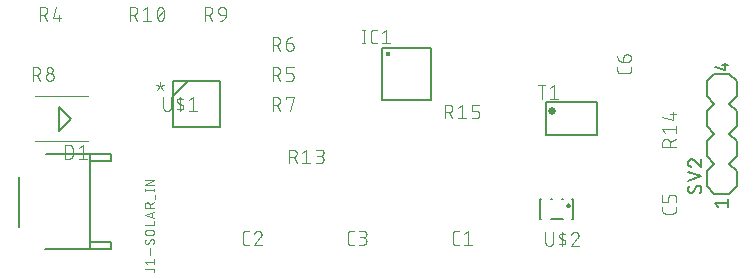
<source format=gbr>
G04 EAGLE Gerber RS-274X export*
G75*
%MOMM*%
%FSLAX34Y34*%
%LPD*%
%INSilkscreen Top*%
%IPPOS*%
%AMOC8*
5,1,8,0,0,1.08239X$1,22.5*%
G01*
%ADD10C,0.101600*%
%ADD11C,0.203200*%
%ADD12C,0.127000*%
%ADD13C,0.447213*%
%ADD14C,0.152400*%
%ADD15C,0.650000*%
%ADD16C,0.076200*%


D10*
X386936Y20358D02*
X384339Y20358D01*
X384240Y20360D01*
X384140Y20366D01*
X384041Y20375D01*
X383943Y20388D01*
X383845Y20405D01*
X383747Y20426D01*
X383651Y20451D01*
X383556Y20479D01*
X383462Y20511D01*
X383369Y20546D01*
X383277Y20585D01*
X383187Y20628D01*
X383099Y20673D01*
X383012Y20723D01*
X382928Y20775D01*
X382845Y20831D01*
X382765Y20889D01*
X382687Y20951D01*
X382612Y21016D01*
X382539Y21084D01*
X382469Y21154D01*
X382401Y21227D01*
X382336Y21302D01*
X382274Y21380D01*
X382216Y21460D01*
X382160Y21543D01*
X382108Y21627D01*
X382058Y21714D01*
X382013Y21802D01*
X381970Y21892D01*
X381931Y21984D01*
X381896Y22077D01*
X381864Y22171D01*
X381836Y22266D01*
X381811Y22362D01*
X381790Y22460D01*
X381773Y22558D01*
X381760Y22656D01*
X381751Y22755D01*
X381745Y22855D01*
X381743Y22954D01*
X381743Y29446D01*
X381745Y29545D01*
X381751Y29645D01*
X381760Y29744D01*
X381773Y29842D01*
X381790Y29940D01*
X381811Y30038D01*
X381836Y30134D01*
X381864Y30229D01*
X381896Y30323D01*
X381931Y30416D01*
X381970Y30508D01*
X382013Y30598D01*
X382058Y30686D01*
X382108Y30773D01*
X382160Y30857D01*
X382216Y30940D01*
X382274Y31020D01*
X382336Y31098D01*
X382401Y31173D01*
X382469Y31246D01*
X382539Y31316D01*
X382612Y31384D01*
X382687Y31449D01*
X382765Y31511D01*
X382845Y31569D01*
X382928Y31625D01*
X383012Y31677D01*
X383099Y31727D01*
X383187Y31772D01*
X383277Y31815D01*
X383369Y31854D01*
X383461Y31889D01*
X383556Y31921D01*
X383651Y31949D01*
X383747Y31974D01*
X383845Y31995D01*
X383943Y32012D01*
X384041Y32025D01*
X384140Y32034D01*
X384240Y32040D01*
X384339Y32042D01*
X386936Y32042D01*
X391301Y29446D02*
X394546Y32042D01*
X394546Y20358D01*
X391301Y20358D02*
X397792Y20358D01*
X209136Y20358D02*
X206539Y20358D01*
X206440Y20360D01*
X206340Y20366D01*
X206241Y20375D01*
X206143Y20388D01*
X206045Y20405D01*
X205947Y20426D01*
X205851Y20451D01*
X205756Y20479D01*
X205662Y20511D01*
X205569Y20546D01*
X205477Y20585D01*
X205387Y20628D01*
X205299Y20673D01*
X205212Y20723D01*
X205128Y20775D01*
X205045Y20831D01*
X204965Y20889D01*
X204887Y20951D01*
X204812Y21016D01*
X204739Y21084D01*
X204669Y21154D01*
X204601Y21227D01*
X204536Y21302D01*
X204474Y21380D01*
X204416Y21460D01*
X204360Y21543D01*
X204308Y21627D01*
X204258Y21714D01*
X204213Y21802D01*
X204170Y21892D01*
X204131Y21984D01*
X204096Y22077D01*
X204064Y22171D01*
X204036Y22266D01*
X204011Y22362D01*
X203990Y22460D01*
X203973Y22558D01*
X203960Y22656D01*
X203951Y22755D01*
X203945Y22855D01*
X203943Y22954D01*
X203943Y29446D01*
X203945Y29545D01*
X203951Y29645D01*
X203960Y29744D01*
X203973Y29842D01*
X203990Y29940D01*
X204011Y30038D01*
X204036Y30134D01*
X204064Y30229D01*
X204096Y30323D01*
X204131Y30416D01*
X204170Y30508D01*
X204213Y30598D01*
X204258Y30686D01*
X204308Y30773D01*
X204360Y30857D01*
X204416Y30940D01*
X204474Y31020D01*
X204536Y31098D01*
X204601Y31173D01*
X204669Y31246D01*
X204739Y31316D01*
X204812Y31384D01*
X204887Y31449D01*
X204965Y31511D01*
X205045Y31569D01*
X205128Y31625D01*
X205212Y31677D01*
X205299Y31727D01*
X205387Y31772D01*
X205477Y31815D01*
X205569Y31854D01*
X205661Y31889D01*
X205756Y31921D01*
X205851Y31949D01*
X205947Y31974D01*
X206045Y31995D01*
X206143Y32012D01*
X206241Y32025D01*
X206340Y32034D01*
X206440Y32040D01*
X206539Y32042D01*
X209136Y32042D01*
X217071Y32042D02*
X217178Y32040D01*
X217284Y32034D01*
X217390Y32024D01*
X217496Y32011D01*
X217602Y31993D01*
X217706Y31972D01*
X217810Y31947D01*
X217913Y31918D01*
X218014Y31886D01*
X218114Y31849D01*
X218213Y31809D01*
X218311Y31766D01*
X218407Y31719D01*
X218501Y31668D01*
X218593Y31614D01*
X218683Y31557D01*
X218771Y31497D01*
X218856Y31433D01*
X218939Y31366D01*
X219020Y31296D01*
X219098Y31224D01*
X219174Y31148D01*
X219246Y31070D01*
X219316Y30989D01*
X219383Y30906D01*
X219447Y30821D01*
X219507Y30733D01*
X219564Y30643D01*
X219618Y30551D01*
X219669Y30457D01*
X219716Y30361D01*
X219759Y30263D01*
X219799Y30164D01*
X219836Y30064D01*
X219868Y29963D01*
X219897Y29860D01*
X219922Y29756D01*
X219943Y29652D01*
X219961Y29546D01*
X219974Y29440D01*
X219984Y29334D01*
X219990Y29228D01*
X219992Y29121D01*
X217071Y32042D02*
X216950Y32040D01*
X216829Y32034D01*
X216709Y32024D01*
X216588Y32011D01*
X216469Y31993D01*
X216349Y31972D01*
X216231Y31947D01*
X216114Y31918D01*
X215997Y31885D01*
X215882Y31849D01*
X215768Y31808D01*
X215655Y31765D01*
X215543Y31717D01*
X215434Y31666D01*
X215326Y31611D01*
X215219Y31553D01*
X215115Y31492D01*
X215013Y31427D01*
X214913Y31359D01*
X214815Y31288D01*
X214719Y31214D01*
X214626Y31137D01*
X214536Y31056D01*
X214448Y30973D01*
X214363Y30887D01*
X214280Y30798D01*
X214201Y30707D01*
X214124Y30613D01*
X214051Y30517D01*
X213981Y30419D01*
X213914Y30318D01*
X213850Y30215D01*
X213790Y30110D01*
X213733Y30003D01*
X213679Y29895D01*
X213629Y29785D01*
X213583Y29673D01*
X213540Y29560D01*
X213501Y29445D01*
X219019Y26849D02*
X219098Y26926D01*
X219174Y27007D01*
X219247Y27090D01*
X219317Y27175D01*
X219384Y27263D01*
X219448Y27353D01*
X219508Y27445D01*
X219565Y27540D01*
X219619Y27636D01*
X219670Y27734D01*
X219717Y27834D01*
X219761Y27936D01*
X219801Y28039D01*
X219837Y28143D01*
X219869Y28249D01*
X219898Y28355D01*
X219923Y28463D01*
X219945Y28571D01*
X219962Y28681D01*
X219976Y28790D01*
X219985Y28900D01*
X219991Y29011D01*
X219993Y29121D01*
X219018Y26849D02*
X213501Y20358D01*
X219992Y20358D01*
X295439Y20358D02*
X298036Y20358D01*
X295439Y20358D02*
X295340Y20360D01*
X295240Y20366D01*
X295141Y20375D01*
X295043Y20388D01*
X294945Y20405D01*
X294847Y20426D01*
X294751Y20451D01*
X294656Y20479D01*
X294562Y20511D01*
X294469Y20546D01*
X294377Y20585D01*
X294287Y20628D01*
X294199Y20673D01*
X294112Y20723D01*
X294028Y20775D01*
X293945Y20831D01*
X293865Y20889D01*
X293787Y20951D01*
X293712Y21016D01*
X293639Y21084D01*
X293569Y21154D01*
X293501Y21227D01*
X293436Y21302D01*
X293374Y21380D01*
X293316Y21460D01*
X293260Y21543D01*
X293208Y21627D01*
X293158Y21714D01*
X293113Y21802D01*
X293070Y21892D01*
X293031Y21984D01*
X292996Y22077D01*
X292964Y22171D01*
X292936Y22266D01*
X292911Y22362D01*
X292890Y22460D01*
X292873Y22558D01*
X292860Y22656D01*
X292851Y22755D01*
X292845Y22855D01*
X292843Y22954D01*
X292843Y29446D01*
X292845Y29545D01*
X292851Y29645D01*
X292860Y29744D01*
X292873Y29842D01*
X292890Y29940D01*
X292911Y30038D01*
X292936Y30134D01*
X292964Y30229D01*
X292996Y30323D01*
X293031Y30416D01*
X293070Y30508D01*
X293113Y30598D01*
X293158Y30686D01*
X293208Y30773D01*
X293260Y30857D01*
X293316Y30940D01*
X293374Y31020D01*
X293436Y31098D01*
X293501Y31173D01*
X293569Y31246D01*
X293639Y31316D01*
X293712Y31384D01*
X293787Y31449D01*
X293865Y31511D01*
X293945Y31569D01*
X294028Y31625D01*
X294112Y31677D01*
X294199Y31727D01*
X294287Y31772D01*
X294377Y31815D01*
X294469Y31854D01*
X294561Y31889D01*
X294656Y31921D01*
X294751Y31949D01*
X294847Y31974D01*
X294945Y31995D01*
X295043Y32012D01*
X295141Y32025D01*
X295240Y32034D01*
X295340Y32040D01*
X295439Y32042D01*
X298036Y32042D01*
X302401Y20358D02*
X305646Y20358D01*
X305759Y20360D01*
X305872Y20366D01*
X305985Y20376D01*
X306098Y20390D01*
X306210Y20407D01*
X306321Y20429D01*
X306431Y20454D01*
X306541Y20484D01*
X306649Y20517D01*
X306756Y20554D01*
X306862Y20594D01*
X306966Y20639D01*
X307069Y20687D01*
X307170Y20738D01*
X307269Y20793D01*
X307366Y20851D01*
X307461Y20913D01*
X307554Y20978D01*
X307644Y21046D01*
X307732Y21117D01*
X307818Y21192D01*
X307901Y21269D01*
X307981Y21349D01*
X308058Y21432D01*
X308133Y21518D01*
X308204Y21606D01*
X308272Y21696D01*
X308337Y21789D01*
X308399Y21884D01*
X308457Y21981D01*
X308512Y22080D01*
X308563Y22181D01*
X308611Y22284D01*
X308656Y22388D01*
X308696Y22494D01*
X308733Y22601D01*
X308766Y22709D01*
X308796Y22819D01*
X308821Y22929D01*
X308843Y23040D01*
X308860Y23152D01*
X308874Y23265D01*
X308884Y23378D01*
X308890Y23491D01*
X308892Y23604D01*
X308890Y23717D01*
X308884Y23830D01*
X308874Y23943D01*
X308860Y24056D01*
X308843Y24168D01*
X308821Y24279D01*
X308796Y24389D01*
X308766Y24499D01*
X308733Y24607D01*
X308696Y24714D01*
X308656Y24820D01*
X308611Y24924D01*
X308563Y25027D01*
X308512Y25128D01*
X308457Y25227D01*
X308399Y25324D01*
X308337Y25419D01*
X308272Y25512D01*
X308204Y25602D01*
X308133Y25690D01*
X308058Y25776D01*
X307981Y25859D01*
X307901Y25939D01*
X307818Y26016D01*
X307732Y26091D01*
X307644Y26162D01*
X307554Y26230D01*
X307461Y26295D01*
X307366Y26357D01*
X307269Y26415D01*
X307170Y26470D01*
X307069Y26521D01*
X306966Y26569D01*
X306862Y26614D01*
X306756Y26654D01*
X306649Y26691D01*
X306541Y26724D01*
X306431Y26754D01*
X306321Y26779D01*
X306210Y26801D01*
X306098Y26818D01*
X305985Y26832D01*
X305872Y26842D01*
X305759Y26848D01*
X305646Y26850D01*
X306296Y32042D02*
X302401Y32042D01*
X306296Y32042D02*
X306397Y32040D01*
X306497Y32034D01*
X306597Y32024D01*
X306697Y32011D01*
X306796Y31993D01*
X306895Y31972D01*
X306992Y31947D01*
X307089Y31918D01*
X307184Y31885D01*
X307278Y31849D01*
X307370Y31809D01*
X307461Y31766D01*
X307550Y31719D01*
X307637Y31669D01*
X307723Y31615D01*
X307806Y31558D01*
X307886Y31498D01*
X307965Y31435D01*
X308041Y31368D01*
X308114Y31299D01*
X308184Y31227D01*
X308252Y31153D01*
X308317Y31076D01*
X308378Y30996D01*
X308437Y30914D01*
X308492Y30830D01*
X308544Y30744D01*
X308593Y30656D01*
X308638Y30566D01*
X308680Y30474D01*
X308718Y30381D01*
X308752Y30286D01*
X308783Y30191D01*
X308810Y30094D01*
X308833Y29996D01*
X308853Y29897D01*
X308868Y29797D01*
X308880Y29697D01*
X308888Y29597D01*
X308892Y29496D01*
X308892Y29396D01*
X308888Y29295D01*
X308880Y29195D01*
X308868Y29095D01*
X308853Y28995D01*
X308833Y28896D01*
X308810Y28798D01*
X308783Y28701D01*
X308752Y28606D01*
X308718Y28511D01*
X308680Y28418D01*
X308638Y28326D01*
X308593Y28236D01*
X308544Y28148D01*
X308492Y28062D01*
X308437Y27978D01*
X308378Y27896D01*
X308317Y27816D01*
X308252Y27739D01*
X308184Y27665D01*
X308114Y27593D01*
X308041Y27524D01*
X307965Y27457D01*
X307886Y27394D01*
X307806Y27334D01*
X307723Y27277D01*
X307637Y27223D01*
X307550Y27173D01*
X307461Y27126D01*
X307370Y27083D01*
X307278Y27043D01*
X307184Y27007D01*
X307089Y26974D01*
X306992Y26945D01*
X306895Y26920D01*
X306796Y26899D01*
X306697Y26881D01*
X306597Y26868D01*
X306497Y26858D01*
X306397Y26852D01*
X306296Y26850D01*
X306296Y26849D02*
X303699Y26849D01*
X570992Y49539D02*
X570992Y52136D01*
X570992Y49539D02*
X570990Y49440D01*
X570984Y49340D01*
X570975Y49241D01*
X570962Y49143D01*
X570945Y49045D01*
X570924Y48947D01*
X570899Y48851D01*
X570871Y48756D01*
X570839Y48662D01*
X570804Y48569D01*
X570765Y48477D01*
X570722Y48387D01*
X570677Y48299D01*
X570627Y48212D01*
X570575Y48128D01*
X570519Y48045D01*
X570461Y47965D01*
X570399Y47887D01*
X570334Y47812D01*
X570266Y47739D01*
X570196Y47669D01*
X570123Y47601D01*
X570048Y47536D01*
X569970Y47474D01*
X569890Y47416D01*
X569807Y47360D01*
X569723Y47308D01*
X569636Y47258D01*
X569548Y47213D01*
X569458Y47170D01*
X569366Y47131D01*
X569273Y47096D01*
X569179Y47064D01*
X569084Y47036D01*
X568988Y47011D01*
X568890Y46990D01*
X568792Y46973D01*
X568694Y46960D01*
X568595Y46951D01*
X568495Y46945D01*
X568396Y46943D01*
X561904Y46943D01*
X561904Y46942D02*
X561805Y46944D01*
X561705Y46950D01*
X561606Y46959D01*
X561508Y46972D01*
X561410Y46990D01*
X561312Y47010D01*
X561216Y47035D01*
X561120Y47063D01*
X561026Y47095D01*
X560933Y47130D01*
X560842Y47169D01*
X560752Y47212D01*
X560663Y47257D01*
X560577Y47307D01*
X560492Y47359D01*
X560410Y47415D01*
X560330Y47474D01*
X560252Y47535D01*
X560176Y47600D01*
X560103Y47668D01*
X560033Y47738D01*
X559965Y47811D01*
X559900Y47887D01*
X559839Y47965D01*
X559780Y48045D01*
X559724Y48127D01*
X559672Y48212D01*
X559623Y48298D01*
X559577Y48387D01*
X559534Y48477D01*
X559495Y48568D01*
X559460Y48661D01*
X559428Y48755D01*
X559400Y48851D01*
X559375Y48947D01*
X559355Y49045D01*
X559337Y49143D01*
X559324Y49241D01*
X559315Y49340D01*
X559309Y49439D01*
X559307Y49539D01*
X559308Y49539D02*
X559308Y52136D01*
X570992Y56501D02*
X570992Y60396D01*
X570990Y60495D01*
X570984Y60595D01*
X570975Y60694D01*
X570962Y60792D01*
X570945Y60890D01*
X570924Y60988D01*
X570899Y61084D01*
X570871Y61179D01*
X570839Y61273D01*
X570804Y61366D01*
X570765Y61458D01*
X570722Y61548D01*
X570677Y61636D01*
X570627Y61723D01*
X570575Y61807D01*
X570519Y61890D01*
X570461Y61970D01*
X570399Y62048D01*
X570334Y62123D01*
X570266Y62196D01*
X570196Y62266D01*
X570123Y62334D01*
X570048Y62399D01*
X569970Y62461D01*
X569890Y62519D01*
X569807Y62575D01*
X569723Y62627D01*
X569636Y62677D01*
X569548Y62722D01*
X569458Y62765D01*
X569366Y62804D01*
X569273Y62839D01*
X569179Y62871D01*
X569084Y62899D01*
X568988Y62924D01*
X568890Y62945D01*
X568792Y62962D01*
X568694Y62975D01*
X568595Y62984D01*
X568495Y62990D01*
X568396Y62992D01*
X567097Y62992D01*
X566998Y62990D01*
X566898Y62984D01*
X566799Y62975D01*
X566701Y62962D01*
X566603Y62945D01*
X566505Y62924D01*
X566409Y62899D01*
X566314Y62871D01*
X566220Y62839D01*
X566127Y62804D01*
X566035Y62765D01*
X565945Y62722D01*
X565857Y62677D01*
X565770Y62627D01*
X565686Y62575D01*
X565603Y62519D01*
X565523Y62461D01*
X565445Y62399D01*
X565370Y62334D01*
X565297Y62266D01*
X565227Y62196D01*
X565159Y62123D01*
X565094Y62048D01*
X565032Y61970D01*
X564974Y61890D01*
X564918Y61807D01*
X564866Y61723D01*
X564816Y61636D01*
X564771Y61548D01*
X564728Y61458D01*
X564689Y61366D01*
X564654Y61273D01*
X564622Y61179D01*
X564594Y61084D01*
X564569Y60988D01*
X564548Y60890D01*
X564531Y60792D01*
X564518Y60694D01*
X564509Y60595D01*
X564503Y60495D01*
X564501Y60396D01*
X564501Y56501D01*
X559308Y56501D01*
X559308Y62992D01*
X532892Y168204D02*
X532892Y170801D01*
X532892Y168204D02*
X532890Y168105D01*
X532884Y168005D01*
X532875Y167906D01*
X532862Y167808D01*
X532845Y167710D01*
X532824Y167612D01*
X532799Y167516D01*
X532771Y167421D01*
X532739Y167327D01*
X532704Y167234D01*
X532665Y167142D01*
X532622Y167052D01*
X532577Y166964D01*
X532527Y166877D01*
X532475Y166793D01*
X532419Y166710D01*
X532361Y166630D01*
X532299Y166552D01*
X532234Y166477D01*
X532166Y166404D01*
X532096Y166334D01*
X532023Y166266D01*
X531948Y166201D01*
X531870Y166139D01*
X531790Y166081D01*
X531707Y166025D01*
X531623Y165973D01*
X531536Y165923D01*
X531448Y165878D01*
X531358Y165835D01*
X531266Y165796D01*
X531173Y165761D01*
X531079Y165729D01*
X530984Y165701D01*
X530888Y165676D01*
X530790Y165655D01*
X530692Y165638D01*
X530594Y165625D01*
X530495Y165616D01*
X530395Y165610D01*
X530296Y165608D01*
X523804Y165608D01*
X523705Y165610D01*
X523605Y165616D01*
X523506Y165625D01*
X523408Y165638D01*
X523310Y165656D01*
X523212Y165676D01*
X523116Y165701D01*
X523020Y165729D01*
X522926Y165761D01*
X522833Y165796D01*
X522742Y165835D01*
X522652Y165878D01*
X522563Y165923D01*
X522477Y165973D01*
X522392Y166025D01*
X522310Y166081D01*
X522230Y166140D01*
X522152Y166201D01*
X522076Y166266D01*
X522003Y166334D01*
X521933Y166404D01*
X521865Y166477D01*
X521800Y166553D01*
X521739Y166631D01*
X521680Y166711D01*
X521624Y166793D01*
X521572Y166878D01*
X521523Y166964D01*
X521477Y167053D01*
X521434Y167143D01*
X521395Y167234D01*
X521360Y167327D01*
X521328Y167421D01*
X521300Y167517D01*
X521275Y167613D01*
X521255Y167711D01*
X521237Y167809D01*
X521224Y167907D01*
X521215Y168006D01*
X521209Y168105D01*
X521207Y168205D01*
X521208Y168204D02*
X521208Y170801D01*
X526401Y175166D02*
X526401Y179061D01*
X526403Y179160D01*
X526409Y179260D01*
X526418Y179359D01*
X526431Y179457D01*
X526448Y179555D01*
X526469Y179653D01*
X526494Y179749D01*
X526522Y179844D01*
X526554Y179938D01*
X526589Y180031D01*
X526628Y180123D01*
X526671Y180213D01*
X526716Y180301D01*
X526766Y180388D01*
X526818Y180472D01*
X526874Y180555D01*
X526932Y180635D01*
X526994Y180713D01*
X527059Y180788D01*
X527127Y180861D01*
X527197Y180931D01*
X527270Y180999D01*
X527345Y181064D01*
X527423Y181126D01*
X527503Y181184D01*
X527586Y181240D01*
X527670Y181292D01*
X527757Y181342D01*
X527845Y181387D01*
X527935Y181430D01*
X528027Y181469D01*
X528120Y181504D01*
X528214Y181536D01*
X528309Y181564D01*
X528405Y181589D01*
X528503Y181610D01*
X528601Y181627D01*
X528699Y181640D01*
X528798Y181649D01*
X528898Y181655D01*
X528997Y181657D01*
X529646Y181657D01*
X529646Y181658D02*
X529759Y181656D01*
X529872Y181650D01*
X529985Y181640D01*
X530098Y181626D01*
X530210Y181609D01*
X530321Y181587D01*
X530431Y181562D01*
X530541Y181532D01*
X530649Y181499D01*
X530756Y181462D01*
X530862Y181422D01*
X530966Y181377D01*
X531069Y181329D01*
X531170Y181278D01*
X531269Y181223D01*
X531366Y181165D01*
X531461Y181103D01*
X531554Y181038D01*
X531644Y180970D01*
X531732Y180899D01*
X531818Y180824D01*
X531901Y180747D01*
X531981Y180667D01*
X532058Y180584D01*
X532133Y180498D01*
X532204Y180410D01*
X532272Y180320D01*
X532337Y180227D01*
X532399Y180132D01*
X532457Y180035D01*
X532512Y179936D01*
X532563Y179835D01*
X532611Y179732D01*
X532656Y179628D01*
X532696Y179522D01*
X532733Y179415D01*
X532766Y179307D01*
X532796Y179197D01*
X532821Y179087D01*
X532843Y178976D01*
X532860Y178864D01*
X532874Y178751D01*
X532884Y178638D01*
X532890Y178525D01*
X532892Y178412D01*
X532890Y178299D01*
X532884Y178186D01*
X532874Y178073D01*
X532860Y177960D01*
X532843Y177848D01*
X532821Y177737D01*
X532796Y177627D01*
X532766Y177517D01*
X532733Y177409D01*
X532696Y177302D01*
X532656Y177196D01*
X532611Y177092D01*
X532563Y176989D01*
X532512Y176888D01*
X532457Y176789D01*
X532399Y176692D01*
X532337Y176597D01*
X532272Y176504D01*
X532204Y176414D01*
X532133Y176326D01*
X532058Y176240D01*
X531981Y176157D01*
X531901Y176077D01*
X531818Y176000D01*
X531732Y175925D01*
X531644Y175854D01*
X531554Y175786D01*
X531461Y175721D01*
X531366Y175659D01*
X531269Y175601D01*
X531170Y175546D01*
X531069Y175495D01*
X530966Y175447D01*
X530862Y175402D01*
X530756Y175362D01*
X530649Y175325D01*
X530541Y175292D01*
X530431Y175262D01*
X530321Y175237D01*
X530210Y175215D01*
X530098Y175198D01*
X529985Y175184D01*
X529872Y175174D01*
X529759Y175168D01*
X529646Y175166D01*
X526401Y175166D01*
X526258Y175168D01*
X526115Y175174D01*
X525972Y175184D01*
X525830Y175198D01*
X525688Y175215D01*
X525546Y175237D01*
X525405Y175262D01*
X525265Y175292D01*
X525126Y175325D01*
X524988Y175362D01*
X524851Y175403D01*
X524715Y175447D01*
X524580Y175496D01*
X524447Y175548D01*
X524315Y175603D01*
X524185Y175663D01*
X524056Y175726D01*
X523929Y175792D01*
X523805Y175862D01*
X523682Y175935D01*
X523561Y176012D01*
X523442Y176091D01*
X523326Y176175D01*
X523211Y176261D01*
X523100Y176350D01*
X522991Y176443D01*
X522884Y176538D01*
X522780Y176637D01*
X522679Y176738D01*
X522580Y176842D01*
X522485Y176948D01*
X522392Y177058D01*
X522303Y177169D01*
X522217Y177283D01*
X522134Y177400D01*
X522054Y177519D01*
X521977Y177640D01*
X521904Y177762D01*
X521834Y177887D01*
X521768Y178014D01*
X521705Y178143D01*
X521645Y178273D01*
X521590Y178405D01*
X521538Y178538D01*
X521489Y178673D01*
X521445Y178809D01*
X521404Y178946D01*
X521367Y179084D01*
X521334Y179223D01*
X521304Y179363D01*
X521279Y179504D01*
X521257Y179646D01*
X521240Y179788D01*
X521226Y179930D01*
X521216Y180073D01*
X521210Y180216D01*
X521208Y180359D01*
X73406Y107950D02*
X28194Y107950D01*
X28194Y146050D02*
X73406Y146050D01*
D11*
X59100Y127000D02*
X48870Y117000D01*
X59100Y127000D02*
X48870Y137000D01*
X48870Y117000D01*
D10*
X53580Y104902D02*
X53580Y93218D01*
X53580Y104902D02*
X56825Y104902D01*
X56938Y104900D01*
X57051Y104894D01*
X57164Y104884D01*
X57277Y104870D01*
X57389Y104853D01*
X57500Y104831D01*
X57610Y104806D01*
X57720Y104776D01*
X57828Y104743D01*
X57935Y104706D01*
X58041Y104666D01*
X58145Y104621D01*
X58248Y104573D01*
X58349Y104522D01*
X58448Y104467D01*
X58545Y104409D01*
X58640Y104347D01*
X58733Y104282D01*
X58823Y104214D01*
X58911Y104143D01*
X58997Y104068D01*
X59080Y103991D01*
X59160Y103911D01*
X59237Y103828D01*
X59312Y103742D01*
X59383Y103654D01*
X59451Y103564D01*
X59516Y103471D01*
X59578Y103376D01*
X59636Y103279D01*
X59691Y103180D01*
X59742Y103079D01*
X59790Y102976D01*
X59835Y102872D01*
X59875Y102766D01*
X59912Y102659D01*
X59945Y102551D01*
X59975Y102441D01*
X60000Y102331D01*
X60022Y102220D01*
X60039Y102108D01*
X60053Y101995D01*
X60063Y101882D01*
X60069Y101769D01*
X60071Y101656D01*
X60071Y96464D01*
X60072Y96464D02*
X60070Y96351D01*
X60064Y96238D01*
X60054Y96125D01*
X60040Y96012D01*
X60023Y95900D01*
X60001Y95789D01*
X59976Y95679D01*
X59946Y95569D01*
X59913Y95461D01*
X59876Y95354D01*
X59836Y95248D01*
X59791Y95144D01*
X59743Y95041D01*
X59692Y94940D01*
X59637Y94841D01*
X59579Y94744D01*
X59517Y94649D01*
X59452Y94556D01*
X59384Y94466D01*
X59313Y94378D01*
X59238Y94292D01*
X59161Y94209D01*
X59081Y94129D01*
X58998Y94052D01*
X58912Y93977D01*
X58824Y93906D01*
X58734Y93838D01*
X58641Y93773D01*
X58546Y93711D01*
X58449Y93653D01*
X58350Y93598D01*
X58249Y93547D01*
X58146Y93499D01*
X58042Y93454D01*
X57936Y93414D01*
X57829Y93377D01*
X57721Y93344D01*
X57611Y93314D01*
X57501Y93289D01*
X57390Y93267D01*
X57278Y93250D01*
X57165Y93236D01*
X57052Y93226D01*
X56939Y93220D01*
X56826Y93218D01*
X56825Y93218D02*
X53580Y93218D01*
X65391Y102306D02*
X68636Y104902D01*
X68636Y93218D01*
X65391Y93218D02*
X71882Y93218D01*
D12*
X321900Y143100D02*
X321900Y187100D01*
X321900Y143100D02*
X363900Y143100D01*
X363900Y187100D01*
X321900Y187100D01*
D13*
X326900Y182100D03*
D10*
X306606Y191008D02*
X306606Y202692D01*
X305308Y191008D02*
X307904Y191008D01*
X307904Y202692D02*
X305308Y202692D01*
X315068Y191008D02*
X317664Y191008D01*
X315068Y191008D02*
X314969Y191010D01*
X314869Y191016D01*
X314770Y191025D01*
X314672Y191038D01*
X314574Y191055D01*
X314476Y191076D01*
X314380Y191101D01*
X314285Y191129D01*
X314191Y191161D01*
X314098Y191196D01*
X314006Y191235D01*
X313916Y191278D01*
X313828Y191323D01*
X313741Y191373D01*
X313657Y191425D01*
X313574Y191481D01*
X313494Y191539D01*
X313416Y191601D01*
X313341Y191666D01*
X313268Y191734D01*
X313198Y191804D01*
X313130Y191877D01*
X313065Y191952D01*
X313003Y192030D01*
X312945Y192110D01*
X312889Y192193D01*
X312837Y192277D01*
X312787Y192364D01*
X312742Y192452D01*
X312699Y192542D01*
X312660Y192634D01*
X312625Y192727D01*
X312593Y192821D01*
X312565Y192916D01*
X312540Y193012D01*
X312519Y193110D01*
X312502Y193208D01*
X312489Y193306D01*
X312480Y193405D01*
X312474Y193505D01*
X312472Y193604D01*
X312471Y193604D02*
X312471Y200096D01*
X312472Y200096D02*
X312474Y200195D01*
X312480Y200295D01*
X312489Y200394D01*
X312502Y200492D01*
X312519Y200590D01*
X312540Y200688D01*
X312565Y200784D01*
X312593Y200879D01*
X312625Y200973D01*
X312660Y201066D01*
X312699Y201158D01*
X312742Y201248D01*
X312787Y201336D01*
X312837Y201423D01*
X312889Y201507D01*
X312945Y201590D01*
X313003Y201670D01*
X313065Y201748D01*
X313130Y201823D01*
X313198Y201896D01*
X313268Y201966D01*
X313341Y202034D01*
X313416Y202099D01*
X313494Y202161D01*
X313574Y202219D01*
X313657Y202275D01*
X313741Y202327D01*
X313828Y202377D01*
X313916Y202422D01*
X314006Y202465D01*
X314098Y202504D01*
X314190Y202539D01*
X314285Y202571D01*
X314380Y202599D01*
X314476Y202624D01*
X314574Y202645D01*
X314672Y202662D01*
X314770Y202675D01*
X314869Y202684D01*
X314969Y202690D01*
X315068Y202692D01*
X317664Y202692D01*
X322030Y200096D02*
X325275Y202692D01*
X325275Y191008D01*
X322030Y191008D02*
X328521Y191008D01*
D12*
X74450Y97150D02*
X74450Y91150D01*
X74450Y23150D01*
X74450Y17150D01*
X74450Y97150D02*
X92450Y97150D01*
X92450Y91150D01*
X74450Y91150D01*
X74450Y23150D02*
X92450Y23150D01*
X92450Y17150D01*
X74450Y17150D01*
X36450Y17150D01*
X37450Y97150D02*
X74450Y97150D01*
X14450Y78150D02*
X14450Y35150D01*
D10*
X121158Y256D02*
X127282Y256D01*
X127363Y254D01*
X127443Y249D01*
X127524Y239D01*
X127604Y226D01*
X127683Y210D01*
X127761Y189D01*
X127838Y165D01*
X127914Y138D01*
X127989Y107D01*
X128062Y73D01*
X128134Y35D01*
X128203Y-6D01*
X128271Y-50D01*
X128337Y-97D01*
X128400Y-148D01*
X128461Y-201D01*
X128519Y-257D01*
X128575Y-315D01*
X128628Y-376D01*
X128679Y-439D01*
X128726Y-505D01*
X128770Y-573D01*
X128811Y-642D01*
X128849Y-714D01*
X128883Y-787D01*
X128914Y-862D01*
X128941Y-938D01*
X128965Y-1015D01*
X128986Y-1093D01*
X129002Y-1172D01*
X129015Y-1252D01*
X129025Y-1333D01*
X129030Y-1413D01*
X129032Y-1494D01*
X129032Y-2369D01*
X122908Y4109D02*
X121158Y6297D01*
X129032Y6297D01*
X129032Y8484D02*
X129032Y4109D01*
X125970Y12206D02*
X125970Y17456D01*
X129032Y23536D02*
X129030Y23617D01*
X129025Y23697D01*
X129015Y23778D01*
X129002Y23858D01*
X128986Y23937D01*
X128965Y24015D01*
X128941Y24092D01*
X128914Y24168D01*
X128883Y24243D01*
X128849Y24316D01*
X128811Y24388D01*
X128770Y24457D01*
X128726Y24525D01*
X128679Y24591D01*
X128628Y24654D01*
X128575Y24715D01*
X128519Y24773D01*
X128461Y24829D01*
X128400Y24882D01*
X128337Y24933D01*
X128271Y24980D01*
X128203Y25024D01*
X128134Y25065D01*
X128062Y25103D01*
X127989Y25137D01*
X127914Y25168D01*
X127838Y25195D01*
X127761Y25219D01*
X127683Y25240D01*
X127604Y25256D01*
X127524Y25269D01*
X127443Y25279D01*
X127363Y25284D01*
X127282Y25286D01*
X129032Y23536D02*
X129030Y23419D01*
X129025Y23303D01*
X129015Y23186D01*
X129003Y23070D01*
X128986Y22955D01*
X128966Y22840D01*
X128942Y22726D01*
X128915Y22612D01*
X128884Y22500D01*
X128849Y22388D01*
X128811Y22278D01*
X128770Y22169D01*
X128725Y22061D01*
X128677Y21955D01*
X128625Y21850D01*
X128570Y21747D01*
X128512Y21646D01*
X128451Y21546D01*
X128386Y21449D01*
X128319Y21354D01*
X128248Y21260D01*
X128175Y21170D01*
X128099Y21081D01*
X128020Y20995D01*
X127939Y20912D01*
X122908Y21130D02*
X122827Y21132D01*
X122747Y21137D01*
X122666Y21147D01*
X122586Y21160D01*
X122507Y21176D01*
X122429Y21197D01*
X122352Y21221D01*
X122276Y21248D01*
X122201Y21279D01*
X122128Y21313D01*
X122056Y21351D01*
X121987Y21392D01*
X121919Y21436D01*
X121853Y21483D01*
X121790Y21534D01*
X121729Y21587D01*
X121671Y21643D01*
X121615Y21701D01*
X121562Y21762D01*
X121511Y21825D01*
X121464Y21891D01*
X121420Y21959D01*
X121379Y22028D01*
X121341Y22100D01*
X121307Y22173D01*
X121276Y22248D01*
X121249Y22324D01*
X121225Y22401D01*
X121204Y22479D01*
X121188Y22558D01*
X121175Y22638D01*
X121165Y22719D01*
X121160Y22799D01*
X121158Y22880D01*
X121160Y22991D01*
X121166Y23102D01*
X121175Y23213D01*
X121188Y23323D01*
X121205Y23433D01*
X121226Y23542D01*
X121250Y23651D01*
X121278Y23758D01*
X121309Y23865D01*
X121344Y23970D01*
X121383Y24074D01*
X121425Y24177D01*
X121471Y24278D01*
X121520Y24378D01*
X121572Y24476D01*
X121628Y24572D01*
X121687Y24666D01*
X121749Y24759D01*
X121814Y24849D01*
X124439Y22005D02*
X124395Y21934D01*
X124347Y21865D01*
X124296Y21798D01*
X124242Y21734D01*
X124186Y21672D01*
X124126Y21613D01*
X124063Y21557D01*
X123999Y21504D01*
X123931Y21454D01*
X123861Y21407D01*
X123790Y21364D01*
X123716Y21324D01*
X123640Y21288D01*
X123563Y21255D01*
X123484Y21226D01*
X123404Y21201D01*
X123323Y21179D01*
X123241Y21162D01*
X123159Y21148D01*
X123075Y21138D01*
X122992Y21132D01*
X122908Y21130D01*
X125751Y24411D02*
X125795Y24482D01*
X125843Y24551D01*
X125894Y24618D01*
X125948Y24682D01*
X126004Y24744D01*
X126064Y24803D01*
X126126Y24859D01*
X126191Y24912D01*
X126259Y24962D01*
X126329Y25009D01*
X126400Y25052D01*
X126474Y25092D01*
X126550Y25128D01*
X126627Y25161D01*
X126706Y25190D01*
X126786Y25215D01*
X126867Y25237D01*
X126949Y25254D01*
X127031Y25268D01*
X127115Y25278D01*
X127198Y25284D01*
X127282Y25286D01*
X125751Y24411D02*
X124439Y22005D01*
X123345Y28646D02*
X126845Y28646D01*
X123345Y28646D02*
X123252Y28648D01*
X123160Y28654D01*
X123067Y28664D01*
X122975Y28677D01*
X122884Y28695D01*
X122794Y28717D01*
X122705Y28742D01*
X122616Y28771D01*
X122530Y28804D01*
X122444Y28840D01*
X122360Y28880D01*
X122278Y28924D01*
X122198Y28971D01*
X122120Y29021D01*
X122045Y29075D01*
X121971Y29131D01*
X121900Y29191D01*
X121832Y29254D01*
X121766Y29320D01*
X121703Y29388D01*
X121643Y29459D01*
X121587Y29533D01*
X121533Y29608D01*
X121483Y29686D01*
X121436Y29766D01*
X121392Y29848D01*
X121352Y29932D01*
X121316Y30018D01*
X121283Y30104D01*
X121254Y30193D01*
X121229Y30282D01*
X121207Y30372D01*
X121189Y30463D01*
X121176Y30555D01*
X121166Y30648D01*
X121160Y30740D01*
X121158Y30833D01*
X121160Y30926D01*
X121166Y31018D01*
X121176Y31111D01*
X121189Y31203D01*
X121207Y31294D01*
X121229Y31384D01*
X121254Y31473D01*
X121283Y31562D01*
X121316Y31648D01*
X121352Y31734D01*
X121392Y31818D01*
X121436Y31900D01*
X121483Y31980D01*
X121533Y32058D01*
X121587Y32133D01*
X121643Y32207D01*
X121703Y32278D01*
X121766Y32346D01*
X121832Y32412D01*
X121900Y32475D01*
X121971Y32535D01*
X122045Y32591D01*
X122120Y32645D01*
X122198Y32695D01*
X122278Y32742D01*
X122360Y32786D01*
X122444Y32826D01*
X122530Y32862D01*
X122616Y32895D01*
X122705Y32924D01*
X122794Y32949D01*
X122884Y32971D01*
X122975Y32989D01*
X123067Y33002D01*
X123160Y33012D01*
X123252Y33018D01*
X123345Y33020D01*
X126845Y33020D01*
X126938Y33018D01*
X127030Y33012D01*
X127123Y33002D01*
X127215Y32989D01*
X127306Y32971D01*
X127396Y32949D01*
X127485Y32924D01*
X127574Y32895D01*
X127660Y32862D01*
X127746Y32826D01*
X127830Y32786D01*
X127912Y32742D01*
X127992Y32695D01*
X128070Y32645D01*
X128145Y32591D01*
X128219Y32535D01*
X128290Y32475D01*
X128358Y32412D01*
X128424Y32346D01*
X128487Y32278D01*
X128547Y32207D01*
X128603Y32133D01*
X128657Y32058D01*
X128707Y31980D01*
X128754Y31900D01*
X128798Y31818D01*
X128838Y31734D01*
X128874Y31648D01*
X128907Y31562D01*
X128936Y31473D01*
X128961Y31384D01*
X128983Y31294D01*
X129001Y31203D01*
X129014Y31111D01*
X129024Y31018D01*
X129030Y30926D01*
X129032Y30833D01*
X129030Y30740D01*
X129024Y30648D01*
X129014Y30555D01*
X129001Y30463D01*
X128983Y30372D01*
X128961Y30282D01*
X128936Y30193D01*
X128907Y30104D01*
X128874Y30018D01*
X128838Y29932D01*
X128798Y29848D01*
X128754Y29766D01*
X128707Y29686D01*
X128657Y29608D01*
X128603Y29533D01*
X128547Y29459D01*
X128487Y29388D01*
X128424Y29320D01*
X128358Y29254D01*
X128290Y29191D01*
X128219Y29131D01*
X128145Y29075D01*
X128070Y29021D01*
X127992Y28971D01*
X127912Y28924D01*
X127830Y28880D01*
X127746Y28840D01*
X127660Y28804D01*
X127574Y28771D01*
X127485Y28742D01*
X127396Y28717D01*
X127306Y28695D01*
X127215Y28677D01*
X127123Y28664D01*
X127030Y28654D01*
X126938Y28648D01*
X126845Y28646D01*
X129032Y36933D02*
X121158Y36933D01*
X129032Y36933D02*
X129032Y40432D01*
X129032Y43143D02*
X121158Y45768D01*
X129032Y48393D01*
X127064Y47737D02*
X127064Y43800D01*
X129032Y51911D02*
X121158Y51911D01*
X121158Y54098D01*
X121160Y54191D01*
X121166Y54283D01*
X121176Y54376D01*
X121189Y54468D01*
X121207Y54559D01*
X121229Y54649D01*
X121254Y54738D01*
X121283Y54827D01*
X121316Y54913D01*
X121352Y54999D01*
X121392Y55083D01*
X121436Y55165D01*
X121483Y55245D01*
X121533Y55323D01*
X121587Y55398D01*
X121643Y55472D01*
X121703Y55543D01*
X121766Y55611D01*
X121832Y55677D01*
X121900Y55740D01*
X121971Y55800D01*
X122045Y55856D01*
X122120Y55910D01*
X122198Y55960D01*
X122278Y56007D01*
X122360Y56051D01*
X122444Y56091D01*
X122530Y56127D01*
X122616Y56160D01*
X122705Y56189D01*
X122794Y56214D01*
X122884Y56236D01*
X122975Y56254D01*
X123067Y56267D01*
X123160Y56277D01*
X123252Y56283D01*
X123345Y56285D01*
X123438Y56283D01*
X123530Y56277D01*
X123623Y56267D01*
X123715Y56254D01*
X123806Y56236D01*
X123896Y56214D01*
X123985Y56189D01*
X124074Y56160D01*
X124160Y56127D01*
X124246Y56091D01*
X124330Y56051D01*
X124412Y56007D01*
X124492Y55960D01*
X124570Y55910D01*
X124645Y55856D01*
X124719Y55800D01*
X124790Y55740D01*
X124858Y55677D01*
X124924Y55611D01*
X124987Y55543D01*
X125047Y55472D01*
X125103Y55398D01*
X125157Y55323D01*
X125207Y55245D01*
X125254Y55165D01*
X125298Y55083D01*
X125338Y54999D01*
X125374Y54913D01*
X125407Y54827D01*
X125436Y54738D01*
X125461Y54649D01*
X125483Y54559D01*
X125501Y54468D01*
X125514Y54376D01*
X125524Y54283D01*
X125530Y54191D01*
X125532Y54098D01*
X125532Y51911D01*
X125532Y54536D02*
X129032Y56286D01*
X129907Y59487D02*
X129907Y62986D01*
X129032Y66837D02*
X121158Y66837D01*
X129032Y65962D02*
X129032Y67712D01*
X121158Y67712D02*
X121158Y65962D01*
X121158Y71318D02*
X129032Y71318D01*
X129032Y75692D02*
X121158Y71318D01*
X121158Y75692D02*
X129032Y75692D01*
X108458Y210058D02*
X108458Y221742D01*
X111704Y221742D01*
X111817Y221740D01*
X111930Y221734D01*
X112043Y221724D01*
X112156Y221710D01*
X112268Y221693D01*
X112379Y221671D01*
X112489Y221646D01*
X112599Y221616D01*
X112707Y221583D01*
X112814Y221546D01*
X112920Y221506D01*
X113024Y221461D01*
X113127Y221413D01*
X113228Y221362D01*
X113327Y221307D01*
X113424Y221249D01*
X113519Y221187D01*
X113612Y221122D01*
X113702Y221054D01*
X113790Y220983D01*
X113876Y220908D01*
X113959Y220831D01*
X114039Y220751D01*
X114116Y220668D01*
X114191Y220582D01*
X114262Y220494D01*
X114330Y220404D01*
X114395Y220311D01*
X114457Y220216D01*
X114515Y220119D01*
X114570Y220020D01*
X114621Y219919D01*
X114669Y219816D01*
X114714Y219712D01*
X114754Y219606D01*
X114791Y219499D01*
X114824Y219391D01*
X114854Y219281D01*
X114879Y219171D01*
X114901Y219060D01*
X114918Y218948D01*
X114932Y218835D01*
X114942Y218722D01*
X114948Y218609D01*
X114950Y218496D01*
X114948Y218383D01*
X114942Y218270D01*
X114932Y218157D01*
X114918Y218044D01*
X114901Y217932D01*
X114879Y217821D01*
X114854Y217711D01*
X114824Y217601D01*
X114791Y217493D01*
X114754Y217386D01*
X114714Y217280D01*
X114669Y217176D01*
X114621Y217073D01*
X114570Y216972D01*
X114515Y216873D01*
X114457Y216776D01*
X114395Y216681D01*
X114330Y216588D01*
X114262Y216498D01*
X114191Y216410D01*
X114116Y216324D01*
X114039Y216241D01*
X113959Y216161D01*
X113876Y216084D01*
X113790Y216009D01*
X113702Y215938D01*
X113612Y215870D01*
X113519Y215805D01*
X113424Y215743D01*
X113327Y215685D01*
X113228Y215630D01*
X113127Y215579D01*
X113024Y215531D01*
X112920Y215486D01*
X112814Y215446D01*
X112707Y215409D01*
X112599Y215376D01*
X112489Y215346D01*
X112379Y215321D01*
X112268Y215299D01*
X112156Y215282D01*
X112043Y215268D01*
X111930Y215258D01*
X111817Y215252D01*
X111704Y215250D01*
X111704Y215251D02*
X108458Y215251D01*
X112353Y215251D02*
X114949Y210058D01*
X119814Y219146D02*
X123060Y221742D01*
X123060Y210058D01*
X126305Y210058D02*
X119814Y210058D01*
X131245Y215900D02*
X131248Y216130D01*
X131256Y216360D01*
X131270Y216589D01*
X131289Y216818D01*
X131314Y217047D01*
X131344Y217274D01*
X131379Y217502D01*
X131420Y217728D01*
X131466Y217953D01*
X131518Y218177D01*
X131575Y218399D01*
X131637Y218621D01*
X131705Y218840D01*
X131778Y219058D01*
X131856Y219275D01*
X131939Y219489D01*
X132027Y219701D01*
X132120Y219911D01*
X132219Y220119D01*
X132218Y220119D02*
X132251Y220209D01*
X132287Y220298D01*
X132327Y220386D01*
X132371Y220471D01*
X132418Y220555D01*
X132468Y220637D01*
X132522Y220717D01*
X132578Y220794D01*
X132638Y220870D01*
X132701Y220943D01*
X132766Y221013D01*
X132835Y221081D01*
X132906Y221145D01*
X132979Y221207D01*
X133055Y221266D01*
X133133Y221322D01*
X133214Y221375D01*
X133296Y221424D01*
X133380Y221470D01*
X133467Y221513D01*
X133554Y221552D01*
X133644Y221588D01*
X133734Y221620D01*
X133826Y221648D01*
X133919Y221673D01*
X134013Y221694D01*
X134107Y221711D01*
X134202Y221725D01*
X134298Y221734D01*
X134394Y221740D01*
X134490Y221742D01*
X134586Y221740D01*
X134682Y221734D01*
X134778Y221725D01*
X134873Y221711D01*
X134967Y221694D01*
X135061Y221673D01*
X135154Y221648D01*
X135246Y221620D01*
X135336Y221588D01*
X135426Y221552D01*
X135513Y221513D01*
X135600Y221470D01*
X135684Y221424D01*
X135766Y221375D01*
X135847Y221322D01*
X135925Y221266D01*
X136001Y221207D01*
X136074Y221145D01*
X136145Y221081D01*
X136214Y221013D01*
X136279Y220943D01*
X136342Y220870D01*
X136402Y220794D01*
X136458Y220717D01*
X136512Y220637D01*
X136562Y220555D01*
X136609Y220471D01*
X136653Y220386D01*
X136693Y220298D01*
X136729Y220209D01*
X136762Y220119D01*
X136861Y219912D01*
X136954Y219702D01*
X137042Y219489D01*
X137125Y219275D01*
X137203Y219059D01*
X137276Y218841D01*
X137344Y218621D01*
X137406Y218400D01*
X137463Y218177D01*
X137515Y217953D01*
X137561Y217728D01*
X137602Y217502D01*
X137637Y217275D01*
X137667Y217047D01*
X137692Y216818D01*
X137711Y216589D01*
X137725Y216360D01*
X137733Y216130D01*
X137736Y215900D01*
X131244Y215900D02*
X131247Y215670D01*
X131255Y215440D01*
X131269Y215211D01*
X131288Y214982D01*
X131313Y214753D01*
X131343Y214525D01*
X131378Y214298D01*
X131419Y214072D01*
X131465Y213847D01*
X131517Y213623D01*
X131574Y213400D01*
X131636Y213179D01*
X131704Y212959D01*
X131777Y212741D01*
X131855Y212525D01*
X131938Y212311D01*
X132026Y212099D01*
X132119Y211888D01*
X132218Y211681D01*
X132251Y211591D01*
X132287Y211502D01*
X132328Y211414D01*
X132371Y211329D01*
X132418Y211245D01*
X132468Y211163D01*
X132522Y211083D01*
X132578Y211006D01*
X132638Y210930D01*
X132701Y210857D01*
X132766Y210787D01*
X132835Y210719D01*
X132906Y210655D01*
X132979Y210593D01*
X133055Y210534D01*
X133133Y210478D01*
X133214Y210425D01*
X133296Y210376D01*
X133380Y210330D01*
X133467Y210287D01*
X133554Y210248D01*
X133644Y210212D01*
X133734Y210180D01*
X133826Y210152D01*
X133919Y210127D01*
X134013Y210106D01*
X134107Y210089D01*
X134202Y210075D01*
X134298Y210066D01*
X134394Y210060D01*
X134490Y210058D01*
X136762Y211681D02*
X136861Y211888D01*
X136954Y212099D01*
X137042Y212311D01*
X137125Y212525D01*
X137203Y212741D01*
X137276Y212959D01*
X137344Y213179D01*
X137406Y213400D01*
X137463Y213623D01*
X137515Y213847D01*
X137561Y214072D01*
X137602Y214298D01*
X137637Y214525D01*
X137667Y214753D01*
X137692Y214982D01*
X137711Y215211D01*
X137725Y215440D01*
X137733Y215670D01*
X137736Y215900D01*
X136762Y211681D02*
X136729Y211591D01*
X136693Y211502D01*
X136653Y211414D01*
X136609Y211329D01*
X136562Y211245D01*
X136512Y211163D01*
X136458Y211083D01*
X136402Y211006D01*
X136342Y210930D01*
X136279Y210857D01*
X136214Y210787D01*
X136145Y210719D01*
X136074Y210655D01*
X136001Y210593D01*
X135925Y210534D01*
X135847Y210478D01*
X135766Y210425D01*
X135684Y210376D01*
X135600Y210330D01*
X135513Y210287D01*
X135426Y210248D01*
X135336Y210212D01*
X135246Y210180D01*
X135154Y210152D01*
X135061Y210127D01*
X134967Y210106D01*
X134873Y210089D01*
X134778Y210075D01*
X134682Y210066D01*
X134586Y210060D01*
X134490Y210058D01*
X131893Y212654D02*
X137086Y219146D01*
X243265Y101092D02*
X243265Y89408D01*
X243265Y101092D02*
X246510Y101092D01*
X246623Y101090D01*
X246736Y101084D01*
X246849Y101074D01*
X246962Y101060D01*
X247074Y101043D01*
X247185Y101021D01*
X247295Y100996D01*
X247405Y100966D01*
X247513Y100933D01*
X247620Y100896D01*
X247726Y100856D01*
X247830Y100811D01*
X247933Y100763D01*
X248034Y100712D01*
X248133Y100657D01*
X248230Y100599D01*
X248325Y100537D01*
X248418Y100472D01*
X248508Y100404D01*
X248596Y100333D01*
X248682Y100258D01*
X248765Y100181D01*
X248845Y100101D01*
X248922Y100018D01*
X248997Y99932D01*
X249068Y99844D01*
X249136Y99754D01*
X249201Y99661D01*
X249263Y99566D01*
X249321Y99469D01*
X249376Y99370D01*
X249427Y99269D01*
X249475Y99166D01*
X249520Y99062D01*
X249560Y98956D01*
X249597Y98849D01*
X249630Y98741D01*
X249660Y98631D01*
X249685Y98521D01*
X249707Y98410D01*
X249724Y98298D01*
X249738Y98185D01*
X249748Y98072D01*
X249754Y97959D01*
X249756Y97846D01*
X249754Y97733D01*
X249748Y97620D01*
X249738Y97507D01*
X249724Y97394D01*
X249707Y97282D01*
X249685Y97171D01*
X249660Y97061D01*
X249630Y96951D01*
X249597Y96843D01*
X249560Y96736D01*
X249520Y96630D01*
X249475Y96526D01*
X249427Y96423D01*
X249376Y96322D01*
X249321Y96223D01*
X249263Y96126D01*
X249201Y96031D01*
X249136Y95938D01*
X249068Y95848D01*
X248997Y95760D01*
X248922Y95674D01*
X248845Y95591D01*
X248765Y95511D01*
X248682Y95434D01*
X248596Y95359D01*
X248508Y95288D01*
X248418Y95220D01*
X248325Y95155D01*
X248230Y95093D01*
X248133Y95035D01*
X248034Y94980D01*
X247933Y94929D01*
X247830Y94881D01*
X247726Y94836D01*
X247620Y94796D01*
X247513Y94759D01*
X247405Y94726D01*
X247295Y94696D01*
X247185Y94671D01*
X247074Y94649D01*
X246962Y94632D01*
X246849Y94618D01*
X246736Y94608D01*
X246623Y94602D01*
X246510Y94600D01*
X246510Y94601D02*
X243265Y94601D01*
X247159Y94601D02*
X249756Y89408D01*
X254621Y98496D02*
X257866Y101092D01*
X257866Y89408D01*
X254621Y89408D02*
X261112Y89408D01*
X266051Y89408D02*
X269296Y89408D01*
X269409Y89410D01*
X269522Y89416D01*
X269635Y89426D01*
X269748Y89440D01*
X269860Y89457D01*
X269971Y89479D01*
X270081Y89504D01*
X270191Y89534D01*
X270299Y89567D01*
X270406Y89604D01*
X270512Y89644D01*
X270616Y89689D01*
X270719Y89737D01*
X270820Y89788D01*
X270919Y89843D01*
X271016Y89901D01*
X271111Y89963D01*
X271204Y90028D01*
X271294Y90096D01*
X271382Y90167D01*
X271468Y90242D01*
X271551Y90319D01*
X271631Y90399D01*
X271708Y90482D01*
X271783Y90568D01*
X271854Y90656D01*
X271922Y90746D01*
X271987Y90839D01*
X272049Y90934D01*
X272107Y91031D01*
X272162Y91130D01*
X272213Y91231D01*
X272261Y91334D01*
X272306Y91438D01*
X272346Y91544D01*
X272383Y91651D01*
X272416Y91759D01*
X272446Y91869D01*
X272471Y91979D01*
X272493Y92090D01*
X272510Y92202D01*
X272524Y92315D01*
X272534Y92428D01*
X272540Y92541D01*
X272542Y92654D01*
X272540Y92767D01*
X272534Y92880D01*
X272524Y92993D01*
X272510Y93106D01*
X272493Y93218D01*
X272471Y93329D01*
X272446Y93439D01*
X272416Y93549D01*
X272383Y93657D01*
X272346Y93764D01*
X272306Y93870D01*
X272261Y93974D01*
X272213Y94077D01*
X272162Y94178D01*
X272107Y94277D01*
X272049Y94374D01*
X271987Y94469D01*
X271922Y94562D01*
X271854Y94652D01*
X271783Y94740D01*
X271708Y94826D01*
X271631Y94909D01*
X271551Y94989D01*
X271468Y95066D01*
X271382Y95141D01*
X271294Y95212D01*
X271204Y95280D01*
X271111Y95345D01*
X271016Y95407D01*
X270919Y95465D01*
X270820Y95520D01*
X270719Y95571D01*
X270616Y95619D01*
X270512Y95664D01*
X270406Y95704D01*
X270299Y95741D01*
X270191Y95774D01*
X270081Y95804D01*
X269971Y95829D01*
X269860Y95851D01*
X269748Y95868D01*
X269635Y95882D01*
X269522Y95892D01*
X269409Y95898D01*
X269296Y95900D01*
X269946Y101092D02*
X266051Y101092D01*
X269946Y101092D02*
X270047Y101090D01*
X270147Y101084D01*
X270247Y101074D01*
X270347Y101061D01*
X270446Y101043D01*
X270545Y101022D01*
X270642Y100997D01*
X270739Y100968D01*
X270834Y100935D01*
X270928Y100899D01*
X271020Y100859D01*
X271111Y100816D01*
X271200Y100769D01*
X271287Y100719D01*
X271373Y100665D01*
X271456Y100608D01*
X271536Y100548D01*
X271615Y100485D01*
X271691Y100418D01*
X271764Y100349D01*
X271834Y100277D01*
X271902Y100203D01*
X271967Y100126D01*
X272028Y100046D01*
X272087Y99964D01*
X272142Y99880D01*
X272194Y99794D01*
X272243Y99706D01*
X272288Y99616D01*
X272330Y99524D01*
X272368Y99431D01*
X272402Y99336D01*
X272433Y99241D01*
X272460Y99144D01*
X272483Y99046D01*
X272503Y98947D01*
X272518Y98847D01*
X272530Y98747D01*
X272538Y98647D01*
X272542Y98546D01*
X272542Y98446D01*
X272538Y98345D01*
X272530Y98245D01*
X272518Y98145D01*
X272503Y98045D01*
X272483Y97946D01*
X272460Y97848D01*
X272433Y97751D01*
X272402Y97656D01*
X272368Y97561D01*
X272330Y97468D01*
X272288Y97376D01*
X272243Y97286D01*
X272194Y97198D01*
X272142Y97112D01*
X272087Y97028D01*
X272028Y96946D01*
X271967Y96866D01*
X271902Y96789D01*
X271834Y96715D01*
X271764Y96643D01*
X271691Y96574D01*
X271615Y96507D01*
X271536Y96444D01*
X271456Y96384D01*
X271373Y96327D01*
X271287Y96273D01*
X271200Y96223D01*
X271111Y96176D01*
X271020Y96133D01*
X270928Y96093D01*
X270834Y96057D01*
X270739Y96024D01*
X270642Y95995D01*
X270545Y95970D01*
X270446Y95949D01*
X270347Y95931D01*
X270247Y95918D01*
X270147Y95908D01*
X270047Y95902D01*
X269946Y95900D01*
X269946Y95899D02*
X267349Y95899D01*
X559308Y103565D02*
X570992Y103565D01*
X559308Y103565D02*
X559308Y106810D01*
X559310Y106923D01*
X559316Y107036D01*
X559326Y107149D01*
X559340Y107262D01*
X559357Y107374D01*
X559379Y107485D01*
X559404Y107595D01*
X559434Y107705D01*
X559467Y107813D01*
X559504Y107920D01*
X559544Y108026D01*
X559589Y108130D01*
X559637Y108233D01*
X559688Y108334D01*
X559743Y108433D01*
X559801Y108530D01*
X559863Y108625D01*
X559928Y108718D01*
X559996Y108808D01*
X560067Y108896D01*
X560142Y108982D01*
X560219Y109065D01*
X560299Y109145D01*
X560382Y109222D01*
X560468Y109297D01*
X560556Y109368D01*
X560646Y109436D01*
X560739Y109501D01*
X560834Y109563D01*
X560931Y109621D01*
X561030Y109676D01*
X561131Y109727D01*
X561234Y109775D01*
X561338Y109820D01*
X561444Y109860D01*
X561551Y109897D01*
X561659Y109930D01*
X561769Y109960D01*
X561879Y109985D01*
X561990Y110007D01*
X562102Y110024D01*
X562215Y110038D01*
X562328Y110048D01*
X562441Y110054D01*
X562554Y110056D01*
X562667Y110054D01*
X562780Y110048D01*
X562893Y110038D01*
X563006Y110024D01*
X563118Y110007D01*
X563229Y109985D01*
X563339Y109960D01*
X563449Y109930D01*
X563557Y109897D01*
X563664Y109860D01*
X563770Y109820D01*
X563874Y109775D01*
X563977Y109727D01*
X564078Y109676D01*
X564177Y109621D01*
X564274Y109563D01*
X564369Y109501D01*
X564462Y109436D01*
X564552Y109368D01*
X564640Y109297D01*
X564726Y109222D01*
X564809Y109145D01*
X564889Y109065D01*
X564966Y108982D01*
X565041Y108896D01*
X565112Y108808D01*
X565180Y108718D01*
X565245Y108625D01*
X565307Y108530D01*
X565365Y108433D01*
X565420Y108334D01*
X565471Y108233D01*
X565519Y108130D01*
X565564Y108026D01*
X565604Y107920D01*
X565641Y107813D01*
X565674Y107705D01*
X565704Y107595D01*
X565729Y107485D01*
X565751Y107374D01*
X565768Y107262D01*
X565782Y107149D01*
X565792Y107036D01*
X565798Y106923D01*
X565800Y106810D01*
X565799Y106810D02*
X565799Y103565D01*
X565799Y107459D02*
X570992Y110056D01*
X561904Y114921D02*
X559308Y118166D01*
X570992Y118166D01*
X570992Y114921D02*
X570992Y121412D01*
X568396Y126351D02*
X559308Y128947D01*
X568396Y126351D02*
X568396Y132842D01*
X565799Y130895D02*
X570992Y130895D01*
X375158Y127508D02*
X375158Y139192D01*
X378404Y139192D01*
X378517Y139190D01*
X378630Y139184D01*
X378743Y139174D01*
X378856Y139160D01*
X378968Y139143D01*
X379079Y139121D01*
X379189Y139096D01*
X379299Y139066D01*
X379407Y139033D01*
X379514Y138996D01*
X379620Y138956D01*
X379724Y138911D01*
X379827Y138863D01*
X379928Y138812D01*
X380027Y138757D01*
X380124Y138699D01*
X380219Y138637D01*
X380312Y138572D01*
X380402Y138504D01*
X380490Y138433D01*
X380576Y138358D01*
X380659Y138281D01*
X380739Y138201D01*
X380816Y138118D01*
X380891Y138032D01*
X380962Y137944D01*
X381030Y137854D01*
X381095Y137761D01*
X381157Y137666D01*
X381215Y137569D01*
X381270Y137470D01*
X381321Y137369D01*
X381369Y137266D01*
X381414Y137162D01*
X381454Y137056D01*
X381491Y136949D01*
X381524Y136841D01*
X381554Y136731D01*
X381579Y136621D01*
X381601Y136510D01*
X381618Y136398D01*
X381632Y136285D01*
X381642Y136172D01*
X381648Y136059D01*
X381650Y135946D01*
X381648Y135833D01*
X381642Y135720D01*
X381632Y135607D01*
X381618Y135494D01*
X381601Y135382D01*
X381579Y135271D01*
X381554Y135161D01*
X381524Y135051D01*
X381491Y134943D01*
X381454Y134836D01*
X381414Y134730D01*
X381369Y134626D01*
X381321Y134523D01*
X381270Y134422D01*
X381215Y134323D01*
X381157Y134226D01*
X381095Y134131D01*
X381030Y134038D01*
X380962Y133948D01*
X380891Y133860D01*
X380816Y133774D01*
X380739Y133691D01*
X380659Y133611D01*
X380576Y133534D01*
X380490Y133459D01*
X380402Y133388D01*
X380312Y133320D01*
X380219Y133255D01*
X380124Y133193D01*
X380027Y133135D01*
X379928Y133080D01*
X379827Y133029D01*
X379724Y132981D01*
X379620Y132936D01*
X379514Y132896D01*
X379407Y132859D01*
X379299Y132826D01*
X379189Y132796D01*
X379079Y132771D01*
X378968Y132749D01*
X378856Y132732D01*
X378743Y132718D01*
X378630Y132708D01*
X378517Y132702D01*
X378404Y132700D01*
X378404Y132701D02*
X375158Y132701D01*
X379053Y132701D02*
X381649Y127508D01*
X386514Y136596D02*
X389760Y139192D01*
X389760Y127508D01*
X393005Y127508D02*
X386514Y127508D01*
X397944Y127508D02*
X401839Y127508D01*
X401938Y127510D01*
X402038Y127516D01*
X402137Y127525D01*
X402235Y127538D01*
X402333Y127555D01*
X402431Y127576D01*
X402527Y127601D01*
X402622Y127629D01*
X402716Y127661D01*
X402809Y127696D01*
X402901Y127735D01*
X402991Y127778D01*
X403079Y127823D01*
X403166Y127873D01*
X403250Y127925D01*
X403333Y127981D01*
X403413Y128039D01*
X403491Y128101D01*
X403566Y128166D01*
X403639Y128234D01*
X403709Y128304D01*
X403777Y128377D01*
X403842Y128452D01*
X403904Y128530D01*
X403962Y128610D01*
X404018Y128693D01*
X404070Y128777D01*
X404120Y128864D01*
X404165Y128952D01*
X404208Y129042D01*
X404247Y129134D01*
X404282Y129227D01*
X404314Y129321D01*
X404342Y129416D01*
X404367Y129512D01*
X404388Y129610D01*
X404405Y129708D01*
X404418Y129806D01*
X404427Y129905D01*
X404433Y130005D01*
X404435Y130104D01*
X404435Y131403D01*
X404433Y131502D01*
X404427Y131602D01*
X404418Y131701D01*
X404405Y131799D01*
X404388Y131897D01*
X404367Y131995D01*
X404342Y132091D01*
X404314Y132186D01*
X404282Y132280D01*
X404247Y132373D01*
X404208Y132465D01*
X404165Y132555D01*
X404120Y132643D01*
X404070Y132730D01*
X404018Y132814D01*
X403962Y132897D01*
X403904Y132977D01*
X403842Y133055D01*
X403777Y133130D01*
X403709Y133203D01*
X403639Y133273D01*
X403566Y133341D01*
X403491Y133406D01*
X403413Y133468D01*
X403333Y133526D01*
X403250Y133582D01*
X403166Y133634D01*
X403079Y133684D01*
X402991Y133729D01*
X402901Y133772D01*
X402809Y133811D01*
X402716Y133846D01*
X402622Y133878D01*
X402527Y133906D01*
X402431Y133931D01*
X402333Y133952D01*
X402235Y133969D01*
X402137Y133982D01*
X402038Y133991D01*
X401938Y133997D01*
X401839Y133999D01*
X397944Y133999D01*
X397944Y139192D01*
X404435Y139192D01*
X32258Y210058D02*
X32258Y221742D01*
X35504Y221742D01*
X35617Y221740D01*
X35730Y221734D01*
X35843Y221724D01*
X35956Y221710D01*
X36068Y221693D01*
X36179Y221671D01*
X36289Y221646D01*
X36399Y221616D01*
X36507Y221583D01*
X36614Y221546D01*
X36720Y221506D01*
X36824Y221461D01*
X36927Y221413D01*
X37028Y221362D01*
X37127Y221307D01*
X37224Y221249D01*
X37319Y221187D01*
X37412Y221122D01*
X37502Y221054D01*
X37590Y220983D01*
X37676Y220908D01*
X37759Y220831D01*
X37839Y220751D01*
X37916Y220668D01*
X37991Y220582D01*
X38062Y220494D01*
X38130Y220404D01*
X38195Y220311D01*
X38257Y220216D01*
X38315Y220119D01*
X38370Y220020D01*
X38421Y219919D01*
X38469Y219816D01*
X38514Y219712D01*
X38554Y219606D01*
X38591Y219499D01*
X38624Y219391D01*
X38654Y219281D01*
X38679Y219171D01*
X38701Y219060D01*
X38718Y218948D01*
X38732Y218835D01*
X38742Y218722D01*
X38748Y218609D01*
X38750Y218496D01*
X38748Y218383D01*
X38742Y218270D01*
X38732Y218157D01*
X38718Y218044D01*
X38701Y217932D01*
X38679Y217821D01*
X38654Y217711D01*
X38624Y217601D01*
X38591Y217493D01*
X38554Y217386D01*
X38514Y217280D01*
X38469Y217176D01*
X38421Y217073D01*
X38370Y216972D01*
X38315Y216873D01*
X38257Y216776D01*
X38195Y216681D01*
X38130Y216588D01*
X38062Y216498D01*
X37991Y216410D01*
X37916Y216324D01*
X37839Y216241D01*
X37759Y216161D01*
X37676Y216084D01*
X37590Y216009D01*
X37502Y215938D01*
X37412Y215870D01*
X37319Y215805D01*
X37224Y215743D01*
X37127Y215685D01*
X37028Y215630D01*
X36927Y215579D01*
X36824Y215531D01*
X36720Y215486D01*
X36614Y215446D01*
X36507Y215409D01*
X36399Y215376D01*
X36289Y215346D01*
X36179Y215321D01*
X36068Y215299D01*
X35956Y215282D01*
X35843Y215268D01*
X35730Y215258D01*
X35617Y215252D01*
X35504Y215250D01*
X35504Y215251D02*
X32258Y215251D01*
X36153Y215251D02*
X38749Y210058D01*
X43614Y212654D02*
X46211Y221742D01*
X43614Y212654D02*
X50105Y212654D01*
X48158Y215251D02*
X48158Y210058D01*
X229295Y170942D02*
X229295Y159258D01*
X229295Y170942D02*
X232540Y170942D01*
X232653Y170940D01*
X232766Y170934D01*
X232879Y170924D01*
X232992Y170910D01*
X233104Y170893D01*
X233215Y170871D01*
X233325Y170846D01*
X233435Y170816D01*
X233543Y170783D01*
X233650Y170746D01*
X233756Y170706D01*
X233860Y170661D01*
X233963Y170613D01*
X234064Y170562D01*
X234163Y170507D01*
X234260Y170449D01*
X234355Y170387D01*
X234448Y170322D01*
X234538Y170254D01*
X234626Y170183D01*
X234712Y170108D01*
X234795Y170031D01*
X234875Y169951D01*
X234952Y169868D01*
X235027Y169782D01*
X235098Y169694D01*
X235166Y169604D01*
X235231Y169511D01*
X235293Y169416D01*
X235351Y169319D01*
X235406Y169220D01*
X235457Y169119D01*
X235505Y169016D01*
X235550Y168912D01*
X235590Y168806D01*
X235627Y168699D01*
X235660Y168591D01*
X235690Y168481D01*
X235715Y168371D01*
X235737Y168260D01*
X235754Y168148D01*
X235768Y168035D01*
X235778Y167922D01*
X235784Y167809D01*
X235786Y167696D01*
X235784Y167583D01*
X235778Y167470D01*
X235768Y167357D01*
X235754Y167244D01*
X235737Y167132D01*
X235715Y167021D01*
X235690Y166911D01*
X235660Y166801D01*
X235627Y166693D01*
X235590Y166586D01*
X235550Y166480D01*
X235505Y166376D01*
X235457Y166273D01*
X235406Y166172D01*
X235351Y166073D01*
X235293Y165976D01*
X235231Y165881D01*
X235166Y165788D01*
X235098Y165698D01*
X235027Y165610D01*
X234952Y165524D01*
X234875Y165441D01*
X234795Y165361D01*
X234712Y165284D01*
X234626Y165209D01*
X234538Y165138D01*
X234448Y165070D01*
X234355Y165005D01*
X234260Y164943D01*
X234163Y164885D01*
X234064Y164830D01*
X233963Y164779D01*
X233860Y164731D01*
X233756Y164686D01*
X233650Y164646D01*
X233543Y164609D01*
X233435Y164576D01*
X233325Y164546D01*
X233215Y164521D01*
X233104Y164499D01*
X232992Y164482D01*
X232879Y164468D01*
X232766Y164458D01*
X232653Y164452D01*
X232540Y164450D01*
X232540Y164451D02*
X229295Y164451D01*
X233189Y164451D02*
X235786Y159258D01*
X240651Y159258D02*
X244546Y159258D01*
X244645Y159260D01*
X244745Y159266D01*
X244844Y159275D01*
X244942Y159288D01*
X245040Y159305D01*
X245138Y159326D01*
X245234Y159351D01*
X245329Y159379D01*
X245423Y159411D01*
X245516Y159446D01*
X245608Y159485D01*
X245698Y159528D01*
X245786Y159573D01*
X245873Y159623D01*
X245957Y159675D01*
X246040Y159731D01*
X246120Y159789D01*
X246198Y159851D01*
X246273Y159916D01*
X246346Y159984D01*
X246416Y160054D01*
X246484Y160127D01*
X246549Y160202D01*
X246611Y160280D01*
X246669Y160360D01*
X246725Y160443D01*
X246777Y160527D01*
X246827Y160614D01*
X246872Y160702D01*
X246915Y160792D01*
X246954Y160884D01*
X246989Y160977D01*
X247021Y161071D01*
X247049Y161166D01*
X247074Y161262D01*
X247095Y161360D01*
X247112Y161458D01*
X247125Y161556D01*
X247134Y161655D01*
X247140Y161755D01*
X247142Y161854D01*
X247142Y163153D01*
X247140Y163252D01*
X247134Y163352D01*
X247125Y163451D01*
X247112Y163549D01*
X247095Y163647D01*
X247074Y163745D01*
X247049Y163841D01*
X247021Y163936D01*
X246989Y164030D01*
X246954Y164123D01*
X246915Y164215D01*
X246872Y164305D01*
X246827Y164393D01*
X246777Y164480D01*
X246725Y164564D01*
X246669Y164647D01*
X246611Y164727D01*
X246549Y164805D01*
X246484Y164880D01*
X246416Y164953D01*
X246346Y165023D01*
X246273Y165091D01*
X246198Y165156D01*
X246120Y165218D01*
X246040Y165276D01*
X245957Y165332D01*
X245873Y165384D01*
X245786Y165434D01*
X245698Y165479D01*
X245608Y165522D01*
X245516Y165561D01*
X245423Y165596D01*
X245329Y165628D01*
X245234Y165656D01*
X245138Y165681D01*
X245040Y165702D01*
X244942Y165719D01*
X244844Y165732D01*
X244745Y165741D01*
X244645Y165747D01*
X244546Y165749D01*
X240651Y165749D01*
X240651Y170942D01*
X247142Y170942D01*
X229295Y184658D02*
X229295Y196342D01*
X232540Y196342D01*
X232653Y196340D01*
X232766Y196334D01*
X232879Y196324D01*
X232992Y196310D01*
X233104Y196293D01*
X233215Y196271D01*
X233325Y196246D01*
X233435Y196216D01*
X233543Y196183D01*
X233650Y196146D01*
X233756Y196106D01*
X233860Y196061D01*
X233963Y196013D01*
X234064Y195962D01*
X234163Y195907D01*
X234260Y195849D01*
X234355Y195787D01*
X234448Y195722D01*
X234538Y195654D01*
X234626Y195583D01*
X234712Y195508D01*
X234795Y195431D01*
X234875Y195351D01*
X234952Y195268D01*
X235027Y195182D01*
X235098Y195094D01*
X235166Y195004D01*
X235231Y194911D01*
X235293Y194816D01*
X235351Y194719D01*
X235406Y194620D01*
X235457Y194519D01*
X235505Y194416D01*
X235550Y194312D01*
X235590Y194206D01*
X235627Y194099D01*
X235660Y193991D01*
X235690Y193881D01*
X235715Y193771D01*
X235737Y193660D01*
X235754Y193548D01*
X235768Y193435D01*
X235778Y193322D01*
X235784Y193209D01*
X235786Y193096D01*
X235784Y192983D01*
X235778Y192870D01*
X235768Y192757D01*
X235754Y192644D01*
X235737Y192532D01*
X235715Y192421D01*
X235690Y192311D01*
X235660Y192201D01*
X235627Y192093D01*
X235590Y191986D01*
X235550Y191880D01*
X235505Y191776D01*
X235457Y191673D01*
X235406Y191572D01*
X235351Y191473D01*
X235293Y191376D01*
X235231Y191281D01*
X235166Y191188D01*
X235098Y191098D01*
X235027Y191010D01*
X234952Y190924D01*
X234875Y190841D01*
X234795Y190761D01*
X234712Y190684D01*
X234626Y190609D01*
X234538Y190538D01*
X234448Y190470D01*
X234355Y190405D01*
X234260Y190343D01*
X234163Y190285D01*
X234064Y190230D01*
X233963Y190179D01*
X233860Y190131D01*
X233756Y190086D01*
X233650Y190046D01*
X233543Y190009D01*
X233435Y189976D01*
X233325Y189946D01*
X233215Y189921D01*
X233104Y189899D01*
X232992Y189882D01*
X232879Y189868D01*
X232766Y189858D01*
X232653Y189852D01*
X232540Y189850D01*
X232540Y189851D02*
X229295Y189851D01*
X233189Y189851D02*
X235786Y184658D01*
X240651Y191149D02*
X244546Y191149D01*
X244645Y191147D01*
X244745Y191141D01*
X244844Y191132D01*
X244942Y191119D01*
X245040Y191102D01*
X245138Y191081D01*
X245234Y191056D01*
X245329Y191028D01*
X245423Y190996D01*
X245516Y190961D01*
X245608Y190922D01*
X245698Y190879D01*
X245786Y190834D01*
X245873Y190784D01*
X245957Y190732D01*
X246040Y190676D01*
X246120Y190618D01*
X246198Y190556D01*
X246273Y190491D01*
X246346Y190423D01*
X246416Y190353D01*
X246484Y190280D01*
X246549Y190205D01*
X246611Y190127D01*
X246669Y190047D01*
X246725Y189964D01*
X246777Y189880D01*
X246827Y189793D01*
X246872Y189705D01*
X246915Y189615D01*
X246954Y189523D01*
X246989Y189430D01*
X247021Y189336D01*
X247049Y189241D01*
X247074Y189145D01*
X247095Y189047D01*
X247112Y188949D01*
X247125Y188851D01*
X247134Y188752D01*
X247140Y188652D01*
X247142Y188553D01*
X247142Y187904D01*
X247140Y187791D01*
X247134Y187678D01*
X247124Y187565D01*
X247110Y187452D01*
X247093Y187340D01*
X247071Y187229D01*
X247046Y187119D01*
X247016Y187009D01*
X246983Y186901D01*
X246946Y186794D01*
X246906Y186688D01*
X246861Y186584D01*
X246813Y186481D01*
X246762Y186380D01*
X246707Y186281D01*
X246649Y186184D01*
X246587Y186089D01*
X246522Y185996D01*
X246454Y185906D01*
X246383Y185818D01*
X246308Y185732D01*
X246231Y185649D01*
X246151Y185569D01*
X246068Y185492D01*
X245982Y185417D01*
X245894Y185346D01*
X245804Y185278D01*
X245711Y185213D01*
X245616Y185151D01*
X245519Y185093D01*
X245420Y185038D01*
X245319Y184987D01*
X245216Y184939D01*
X245112Y184894D01*
X245006Y184854D01*
X244899Y184817D01*
X244791Y184784D01*
X244681Y184754D01*
X244571Y184729D01*
X244460Y184707D01*
X244348Y184690D01*
X244235Y184676D01*
X244122Y184666D01*
X244009Y184660D01*
X243896Y184658D01*
X243783Y184660D01*
X243670Y184666D01*
X243557Y184676D01*
X243444Y184690D01*
X243332Y184707D01*
X243221Y184729D01*
X243111Y184754D01*
X243001Y184784D01*
X242893Y184817D01*
X242786Y184854D01*
X242680Y184894D01*
X242576Y184939D01*
X242473Y184987D01*
X242372Y185038D01*
X242273Y185093D01*
X242176Y185151D01*
X242081Y185213D01*
X241988Y185278D01*
X241898Y185346D01*
X241810Y185417D01*
X241724Y185492D01*
X241641Y185569D01*
X241561Y185649D01*
X241484Y185732D01*
X241409Y185818D01*
X241338Y185906D01*
X241270Y185996D01*
X241205Y186089D01*
X241143Y186184D01*
X241085Y186281D01*
X241030Y186380D01*
X240979Y186481D01*
X240931Y186584D01*
X240886Y186688D01*
X240846Y186794D01*
X240809Y186901D01*
X240776Y187009D01*
X240746Y187119D01*
X240721Y187229D01*
X240699Y187340D01*
X240682Y187452D01*
X240668Y187565D01*
X240658Y187678D01*
X240652Y187791D01*
X240650Y187904D01*
X240651Y187904D02*
X240651Y191149D01*
X240653Y191292D01*
X240659Y191435D01*
X240669Y191578D01*
X240683Y191720D01*
X240700Y191862D01*
X240722Y192004D01*
X240747Y192145D01*
X240777Y192285D01*
X240810Y192424D01*
X240847Y192562D01*
X240888Y192699D01*
X240932Y192835D01*
X240981Y192970D01*
X241033Y193103D01*
X241088Y193235D01*
X241148Y193365D01*
X241211Y193494D01*
X241277Y193621D01*
X241347Y193745D01*
X241420Y193868D01*
X241497Y193989D01*
X241577Y194108D01*
X241660Y194224D01*
X241746Y194339D01*
X241835Y194450D01*
X241928Y194560D01*
X242023Y194666D01*
X242122Y194770D01*
X242223Y194871D01*
X242327Y194970D01*
X242433Y195065D01*
X242543Y195158D01*
X242654Y195247D01*
X242769Y195333D01*
X242885Y195416D01*
X243004Y195496D01*
X243125Y195573D01*
X243247Y195646D01*
X243372Y195716D01*
X243499Y195782D01*
X243628Y195845D01*
X243758Y195905D01*
X243890Y195960D01*
X244023Y196012D01*
X244158Y196061D01*
X244294Y196105D01*
X244431Y196146D01*
X244569Y196183D01*
X244708Y196216D01*
X244848Y196246D01*
X244989Y196271D01*
X245131Y196293D01*
X245273Y196310D01*
X245415Y196324D01*
X245558Y196334D01*
X245701Y196340D01*
X245844Y196342D01*
X229295Y145542D02*
X229295Y133858D01*
X229295Y145542D02*
X232540Y145542D01*
X232653Y145540D01*
X232766Y145534D01*
X232879Y145524D01*
X232992Y145510D01*
X233104Y145493D01*
X233215Y145471D01*
X233325Y145446D01*
X233435Y145416D01*
X233543Y145383D01*
X233650Y145346D01*
X233756Y145306D01*
X233860Y145261D01*
X233963Y145213D01*
X234064Y145162D01*
X234163Y145107D01*
X234260Y145049D01*
X234355Y144987D01*
X234448Y144922D01*
X234538Y144854D01*
X234626Y144783D01*
X234712Y144708D01*
X234795Y144631D01*
X234875Y144551D01*
X234952Y144468D01*
X235027Y144382D01*
X235098Y144294D01*
X235166Y144204D01*
X235231Y144111D01*
X235293Y144016D01*
X235351Y143919D01*
X235406Y143820D01*
X235457Y143719D01*
X235505Y143616D01*
X235550Y143512D01*
X235590Y143406D01*
X235627Y143299D01*
X235660Y143191D01*
X235690Y143081D01*
X235715Y142971D01*
X235737Y142860D01*
X235754Y142748D01*
X235768Y142635D01*
X235778Y142522D01*
X235784Y142409D01*
X235786Y142296D01*
X235784Y142183D01*
X235778Y142070D01*
X235768Y141957D01*
X235754Y141844D01*
X235737Y141732D01*
X235715Y141621D01*
X235690Y141511D01*
X235660Y141401D01*
X235627Y141293D01*
X235590Y141186D01*
X235550Y141080D01*
X235505Y140976D01*
X235457Y140873D01*
X235406Y140772D01*
X235351Y140673D01*
X235293Y140576D01*
X235231Y140481D01*
X235166Y140388D01*
X235098Y140298D01*
X235027Y140210D01*
X234952Y140124D01*
X234875Y140041D01*
X234795Y139961D01*
X234712Y139884D01*
X234626Y139809D01*
X234538Y139738D01*
X234448Y139670D01*
X234355Y139605D01*
X234260Y139543D01*
X234163Y139485D01*
X234064Y139430D01*
X233963Y139379D01*
X233860Y139331D01*
X233756Y139286D01*
X233650Y139246D01*
X233543Y139209D01*
X233435Y139176D01*
X233325Y139146D01*
X233215Y139121D01*
X233104Y139099D01*
X232992Y139082D01*
X232879Y139068D01*
X232766Y139058D01*
X232653Y139052D01*
X232540Y139050D01*
X232540Y139051D02*
X229295Y139051D01*
X233189Y139051D02*
X235786Y133858D01*
X240651Y144244D02*
X240651Y145542D01*
X247142Y145542D01*
X243896Y133858D01*
X26095Y159258D02*
X26095Y170942D01*
X29340Y170942D01*
X29453Y170940D01*
X29566Y170934D01*
X29679Y170924D01*
X29792Y170910D01*
X29904Y170893D01*
X30015Y170871D01*
X30125Y170846D01*
X30235Y170816D01*
X30343Y170783D01*
X30450Y170746D01*
X30556Y170706D01*
X30660Y170661D01*
X30763Y170613D01*
X30864Y170562D01*
X30963Y170507D01*
X31060Y170449D01*
X31155Y170387D01*
X31248Y170322D01*
X31338Y170254D01*
X31426Y170183D01*
X31512Y170108D01*
X31595Y170031D01*
X31675Y169951D01*
X31752Y169868D01*
X31827Y169782D01*
X31898Y169694D01*
X31966Y169604D01*
X32031Y169511D01*
X32093Y169416D01*
X32151Y169319D01*
X32206Y169220D01*
X32257Y169119D01*
X32305Y169016D01*
X32350Y168912D01*
X32390Y168806D01*
X32427Y168699D01*
X32460Y168591D01*
X32490Y168481D01*
X32515Y168371D01*
X32537Y168260D01*
X32554Y168148D01*
X32568Y168035D01*
X32578Y167922D01*
X32584Y167809D01*
X32586Y167696D01*
X32584Y167583D01*
X32578Y167470D01*
X32568Y167357D01*
X32554Y167244D01*
X32537Y167132D01*
X32515Y167021D01*
X32490Y166911D01*
X32460Y166801D01*
X32427Y166693D01*
X32390Y166586D01*
X32350Y166480D01*
X32305Y166376D01*
X32257Y166273D01*
X32206Y166172D01*
X32151Y166073D01*
X32093Y165976D01*
X32031Y165881D01*
X31966Y165788D01*
X31898Y165698D01*
X31827Y165610D01*
X31752Y165524D01*
X31675Y165441D01*
X31595Y165361D01*
X31512Y165284D01*
X31426Y165209D01*
X31338Y165138D01*
X31248Y165070D01*
X31155Y165005D01*
X31060Y164943D01*
X30963Y164885D01*
X30864Y164830D01*
X30763Y164779D01*
X30660Y164731D01*
X30556Y164686D01*
X30450Y164646D01*
X30343Y164609D01*
X30235Y164576D01*
X30125Y164546D01*
X30015Y164521D01*
X29904Y164499D01*
X29792Y164482D01*
X29679Y164468D01*
X29566Y164458D01*
X29453Y164452D01*
X29340Y164450D01*
X29340Y164451D02*
X26095Y164451D01*
X29989Y164451D02*
X32586Y159258D01*
X37450Y162504D02*
X37452Y162617D01*
X37458Y162730D01*
X37468Y162843D01*
X37482Y162956D01*
X37499Y163068D01*
X37521Y163179D01*
X37546Y163289D01*
X37576Y163399D01*
X37609Y163507D01*
X37646Y163614D01*
X37686Y163720D01*
X37731Y163824D01*
X37779Y163927D01*
X37830Y164028D01*
X37885Y164127D01*
X37943Y164224D01*
X38005Y164319D01*
X38070Y164412D01*
X38138Y164502D01*
X38209Y164590D01*
X38284Y164676D01*
X38361Y164759D01*
X38441Y164839D01*
X38524Y164916D01*
X38610Y164991D01*
X38698Y165062D01*
X38788Y165130D01*
X38881Y165195D01*
X38976Y165257D01*
X39073Y165315D01*
X39172Y165370D01*
X39273Y165421D01*
X39376Y165469D01*
X39480Y165514D01*
X39586Y165554D01*
X39693Y165591D01*
X39801Y165624D01*
X39911Y165654D01*
X40021Y165679D01*
X40132Y165701D01*
X40244Y165718D01*
X40357Y165732D01*
X40470Y165742D01*
X40583Y165748D01*
X40696Y165750D01*
X40809Y165748D01*
X40922Y165742D01*
X41035Y165732D01*
X41148Y165718D01*
X41260Y165701D01*
X41371Y165679D01*
X41481Y165654D01*
X41591Y165624D01*
X41699Y165591D01*
X41806Y165554D01*
X41912Y165514D01*
X42016Y165469D01*
X42119Y165421D01*
X42220Y165370D01*
X42319Y165315D01*
X42416Y165257D01*
X42511Y165195D01*
X42604Y165130D01*
X42694Y165062D01*
X42782Y164991D01*
X42868Y164916D01*
X42951Y164839D01*
X43031Y164759D01*
X43108Y164676D01*
X43183Y164590D01*
X43254Y164502D01*
X43322Y164412D01*
X43387Y164319D01*
X43449Y164224D01*
X43507Y164127D01*
X43562Y164028D01*
X43613Y163927D01*
X43661Y163824D01*
X43706Y163720D01*
X43746Y163614D01*
X43783Y163507D01*
X43816Y163399D01*
X43846Y163289D01*
X43871Y163179D01*
X43893Y163068D01*
X43910Y162956D01*
X43924Y162843D01*
X43934Y162730D01*
X43940Y162617D01*
X43942Y162504D01*
X43940Y162391D01*
X43934Y162278D01*
X43924Y162165D01*
X43910Y162052D01*
X43893Y161940D01*
X43871Y161829D01*
X43846Y161719D01*
X43816Y161609D01*
X43783Y161501D01*
X43746Y161394D01*
X43706Y161288D01*
X43661Y161184D01*
X43613Y161081D01*
X43562Y160980D01*
X43507Y160881D01*
X43449Y160784D01*
X43387Y160689D01*
X43322Y160596D01*
X43254Y160506D01*
X43183Y160418D01*
X43108Y160332D01*
X43031Y160249D01*
X42951Y160169D01*
X42868Y160092D01*
X42782Y160017D01*
X42694Y159946D01*
X42604Y159878D01*
X42511Y159813D01*
X42416Y159751D01*
X42319Y159693D01*
X42220Y159638D01*
X42119Y159587D01*
X42016Y159539D01*
X41912Y159494D01*
X41806Y159454D01*
X41699Y159417D01*
X41591Y159384D01*
X41481Y159354D01*
X41371Y159329D01*
X41260Y159307D01*
X41148Y159290D01*
X41035Y159276D01*
X40922Y159266D01*
X40809Y159260D01*
X40696Y159258D01*
X40583Y159260D01*
X40470Y159266D01*
X40357Y159276D01*
X40244Y159290D01*
X40132Y159307D01*
X40021Y159329D01*
X39911Y159354D01*
X39801Y159384D01*
X39693Y159417D01*
X39586Y159454D01*
X39480Y159494D01*
X39376Y159539D01*
X39273Y159587D01*
X39172Y159638D01*
X39073Y159693D01*
X38976Y159751D01*
X38881Y159813D01*
X38788Y159878D01*
X38698Y159946D01*
X38610Y160017D01*
X38524Y160092D01*
X38441Y160169D01*
X38361Y160249D01*
X38284Y160332D01*
X38209Y160418D01*
X38138Y160506D01*
X38070Y160596D01*
X38005Y160689D01*
X37943Y160784D01*
X37885Y160881D01*
X37830Y160980D01*
X37779Y161081D01*
X37731Y161184D01*
X37686Y161288D01*
X37646Y161394D01*
X37609Y161501D01*
X37576Y161609D01*
X37546Y161719D01*
X37521Y161829D01*
X37499Y161940D01*
X37482Y162052D01*
X37468Y162165D01*
X37458Y162278D01*
X37452Y162391D01*
X37450Y162504D01*
X38100Y168346D02*
X38102Y168447D01*
X38108Y168547D01*
X38118Y168647D01*
X38131Y168747D01*
X38149Y168846D01*
X38170Y168945D01*
X38195Y169042D01*
X38224Y169139D01*
X38257Y169234D01*
X38293Y169328D01*
X38333Y169420D01*
X38376Y169511D01*
X38423Y169600D01*
X38473Y169687D01*
X38527Y169773D01*
X38584Y169856D01*
X38644Y169936D01*
X38707Y170015D01*
X38774Y170091D01*
X38843Y170164D01*
X38915Y170234D01*
X38989Y170302D01*
X39066Y170367D01*
X39146Y170428D01*
X39228Y170487D01*
X39312Y170542D01*
X39398Y170594D01*
X39486Y170643D01*
X39576Y170688D01*
X39668Y170730D01*
X39761Y170768D01*
X39856Y170802D01*
X39951Y170833D01*
X40048Y170860D01*
X40146Y170883D01*
X40245Y170903D01*
X40345Y170918D01*
X40445Y170930D01*
X40545Y170938D01*
X40646Y170942D01*
X40746Y170942D01*
X40847Y170938D01*
X40947Y170930D01*
X41047Y170918D01*
X41147Y170903D01*
X41246Y170883D01*
X41344Y170860D01*
X41441Y170833D01*
X41536Y170802D01*
X41631Y170768D01*
X41724Y170730D01*
X41816Y170688D01*
X41906Y170643D01*
X41994Y170594D01*
X42080Y170542D01*
X42164Y170487D01*
X42246Y170428D01*
X42326Y170367D01*
X42403Y170302D01*
X42477Y170234D01*
X42549Y170164D01*
X42618Y170091D01*
X42685Y170015D01*
X42748Y169936D01*
X42808Y169856D01*
X42865Y169773D01*
X42919Y169687D01*
X42969Y169600D01*
X43016Y169511D01*
X43059Y169420D01*
X43099Y169328D01*
X43135Y169234D01*
X43168Y169139D01*
X43197Y169042D01*
X43222Y168945D01*
X43243Y168846D01*
X43261Y168747D01*
X43274Y168647D01*
X43284Y168547D01*
X43290Y168447D01*
X43292Y168346D01*
X43290Y168245D01*
X43284Y168145D01*
X43274Y168045D01*
X43261Y167945D01*
X43243Y167846D01*
X43222Y167747D01*
X43197Y167650D01*
X43168Y167553D01*
X43135Y167458D01*
X43099Y167364D01*
X43059Y167272D01*
X43016Y167181D01*
X42969Y167092D01*
X42919Y167005D01*
X42865Y166919D01*
X42808Y166836D01*
X42748Y166756D01*
X42685Y166677D01*
X42618Y166601D01*
X42549Y166528D01*
X42477Y166458D01*
X42403Y166390D01*
X42326Y166325D01*
X42246Y166264D01*
X42164Y166205D01*
X42080Y166150D01*
X41994Y166098D01*
X41906Y166049D01*
X41816Y166004D01*
X41724Y165962D01*
X41631Y165924D01*
X41536Y165890D01*
X41441Y165859D01*
X41344Y165832D01*
X41246Y165809D01*
X41147Y165789D01*
X41047Y165774D01*
X40947Y165762D01*
X40847Y165754D01*
X40746Y165750D01*
X40646Y165750D01*
X40545Y165754D01*
X40445Y165762D01*
X40345Y165774D01*
X40245Y165789D01*
X40146Y165809D01*
X40048Y165832D01*
X39951Y165859D01*
X39856Y165890D01*
X39761Y165924D01*
X39668Y165962D01*
X39576Y166004D01*
X39486Y166049D01*
X39398Y166098D01*
X39312Y166150D01*
X39228Y166205D01*
X39146Y166264D01*
X39066Y166325D01*
X38989Y166390D01*
X38915Y166458D01*
X38843Y166528D01*
X38774Y166601D01*
X38707Y166677D01*
X38644Y166756D01*
X38584Y166836D01*
X38527Y166919D01*
X38473Y167005D01*
X38423Y167092D01*
X38376Y167181D01*
X38333Y167272D01*
X38293Y167364D01*
X38257Y167458D01*
X38224Y167553D01*
X38195Y167650D01*
X38170Y167747D01*
X38149Y167846D01*
X38131Y167945D01*
X38118Y168045D01*
X38108Y168145D01*
X38102Y168245D01*
X38100Y168346D01*
X171958Y210058D02*
X171958Y221742D01*
X175204Y221742D01*
X175317Y221740D01*
X175430Y221734D01*
X175543Y221724D01*
X175656Y221710D01*
X175768Y221693D01*
X175879Y221671D01*
X175989Y221646D01*
X176099Y221616D01*
X176207Y221583D01*
X176314Y221546D01*
X176420Y221506D01*
X176524Y221461D01*
X176627Y221413D01*
X176728Y221362D01*
X176827Y221307D01*
X176924Y221249D01*
X177019Y221187D01*
X177112Y221122D01*
X177202Y221054D01*
X177290Y220983D01*
X177376Y220908D01*
X177459Y220831D01*
X177539Y220751D01*
X177616Y220668D01*
X177691Y220582D01*
X177762Y220494D01*
X177830Y220404D01*
X177895Y220311D01*
X177957Y220216D01*
X178015Y220119D01*
X178070Y220020D01*
X178121Y219919D01*
X178169Y219816D01*
X178214Y219712D01*
X178254Y219606D01*
X178291Y219499D01*
X178324Y219391D01*
X178354Y219281D01*
X178379Y219171D01*
X178401Y219060D01*
X178418Y218948D01*
X178432Y218835D01*
X178442Y218722D01*
X178448Y218609D01*
X178450Y218496D01*
X178448Y218383D01*
X178442Y218270D01*
X178432Y218157D01*
X178418Y218044D01*
X178401Y217932D01*
X178379Y217821D01*
X178354Y217711D01*
X178324Y217601D01*
X178291Y217493D01*
X178254Y217386D01*
X178214Y217280D01*
X178169Y217176D01*
X178121Y217073D01*
X178070Y216972D01*
X178015Y216873D01*
X177957Y216776D01*
X177895Y216681D01*
X177830Y216588D01*
X177762Y216498D01*
X177691Y216410D01*
X177616Y216324D01*
X177539Y216241D01*
X177459Y216161D01*
X177376Y216084D01*
X177290Y216009D01*
X177202Y215938D01*
X177112Y215870D01*
X177019Y215805D01*
X176924Y215743D01*
X176827Y215685D01*
X176728Y215630D01*
X176627Y215579D01*
X176524Y215531D01*
X176420Y215486D01*
X176314Y215446D01*
X176207Y215409D01*
X176099Y215376D01*
X175989Y215346D01*
X175879Y215321D01*
X175768Y215299D01*
X175656Y215282D01*
X175543Y215268D01*
X175430Y215258D01*
X175317Y215252D01*
X175204Y215250D01*
X175204Y215251D02*
X171958Y215251D01*
X175853Y215251D02*
X178449Y210058D01*
X185911Y215251D02*
X189805Y215251D01*
X185911Y215251D02*
X185812Y215253D01*
X185712Y215259D01*
X185613Y215268D01*
X185515Y215281D01*
X185417Y215298D01*
X185319Y215319D01*
X185223Y215344D01*
X185128Y215372D01*
X185034Y215404D01*
X184941Y215439D01*
X184849Y215478D01*
X184759Y215521D01*
X184671Y215566D01*
X184584Y215616D01*
X184500Y215668D01*
X184417Y215724D01*
X184337Y215782D01*
X184259Y215844D01*
X184184Y215909D01*
X184111Y215977D01*
X184041Y216047D01*
X183973Y216120D01*
X183908Y216195D01*
X183846Y216273D01*
X183788Y216353D01*
X183732Y216436D01*
X183680Y216520D01*
X183630Y216607D01*
X183585Y216695D01*
X183542Y216785D01*
X183503Y216877D01*
X183468Y216970D01*
X183436Y217064D01*
X183408Y217159D01*
X183383Y217255D01*
X183362Y217353D01*
X183345Y217451D01*
X183332Y217549D01*
X183323Y217648D01*
X183317Y217748D01*
X183315Y217847D01*
X183314Y217847D02*
X183314Y218496D01*
X183316Y218609D01*
X183322Y218722D01*
X183332Y218835D01*
X183346Y218948D01*
X183363Y219060D01*
X183385Y219171D01*
X183410Y219281D01*
X183440Y219391D01*
X183473Y219499D01*
X183510Y219606D01*
X183550Y219712D01*
X183595Y219816D01*
X183643Y219919D01*
X183694Y220020D01*
X183749Y220119D01*
X183807Y220216D01*
X183869Y220311D01*
X183934Y220404D01*
X184002Y220494D01*
X184073Y220582D01*
X184148Y220668D01*
X184225Y220751D01*
X184305Y220831D01*
X184388Y220908D01*
X184474Y220983D01*
X184562Y221054D01*
X184652Y221122D01*
X184745Y221187D01*
X184840Y221249D01*
X184937Y221307D01*
X185036Y221362D01*
X185137Y221413D01*
X185240Y221461D01*
X185344Y221506D01*
X185450Y221546D01*
X185557Y221583D01*
X185665Y221616D01*
X185775Y221646D01*
X185885Y221671D01*
X185996Y221693D01*
X186108Y221710D01*
X186221Y221724D01*
X186334Y221734D01*
X186447Y221740D01*
X186560Y221742D01*
X186673Y221740D01*
X186786Y221734D01*
X186899Y221724D01*
X187012Y221710D01*
X187124Y221693D01*
X187235Y221671D01*
X187345Y221646D01*
X187455Y221616D01*
X187563Y221583D01*
X187670Y221546D01*
X187776Y221506D01*
X187880Y221461D01*
X187983Y221413D01*
X188084Y221362D01*
X188183Y221307D01*
X188280Y221249D01*
X188375Y221187D01*
X188468Y221122D01*
X188558Y221054D01*
X188646Y220983D01*
X188732Y220908D01*
X188815Y220831D01*
X188895Y220751D01*
X188972Y220668D01*
X189047Y220582D01*
X189118Y220494D01*
X189186Y220404D01*
X189251Y220311D01*
X189313Y220216D01*
X189371Y220119D01*
X189426Y220020D01*
X189477Y219919D01*
X189525Y219816D01*
X189570Y219712D01*
X189610Y219606D01*
X189647Y219499D01*
X189680Y219391D01*
X189710Y219281D01*
X189735Y219171D01*
X189757Y219060D01*
X189774Y218948D01*
X189788Y218835D01*
X189798Y218722D01*
X189804Y218609D01*
X189806Y218496D01*
X189805Y218496D02*
X189805Y215251D01*
X189806Y215251D02*
X189804Y215108D01*
X189798Y214965D01*
X189788Y214822D01*
X189774Y214680D01*
X189757Y214538D01*
X189735Y214396D01*
X189710Y214255D01*
X189680Y214115D01*
X189647Y213976D01*
X189610Y213838D01*
X189569Y213701D01*
X189525Y213565D01*
X189476Y213430D01*
X189424Y213297D01*
X189369Y213165D01*
X189309Y213035D01*
X189246Y212906D01*
X189180Y212779D01*
X189110Y212654D01*
X189037Y212532D01*
X188960Y212411D01*
X188880Y212292D01*
X188797Y212176D01*
X188711Y212061D01*
X188622Y211950D01*
X188529Y211840D01*
X188434Y211734D01*
X188335Y211630D01*
X188234Y211529D01*
X188130Y211430D01*
X188024Y211335D01*
X187914Y211242D01*
X187803Y211153D01*
X187688Y211067D01*
X187572Y210984D01*
X187453Y210904D01*
X187332Y210827D01*
X187209Y210754D01*
X187085Y210684D01*
X186958Y210618D01*
X186829Y210555D01*
X186699Y210495D01*
X186567Y210440D01*
X186434Y210388D01*
X186299Y210339D01*
X186163Y210295D01*
X186026Y210254D01*
X185888Y210217D01*
X185749Y210184D01*
X185609Y210154D01*
X185468Y210129D01*
X185326Y210107D01*
X185184Y210090D01*
X185042Y210076D01*
X184899Y210066D01*
X184756Y210060D01*
X184613Y210058D01*
D14*
X596900Y82550D02*
X596900Y69850D01*
X596900Y82550D02*
X603250Y88900D01*
X615950Y88900D02*
X622300Y82550D01*
X603250Y88900D02*
X596900Y95250D01*
X596900Y107950D01*
X603250Y114300D01*
X615950Y114300D02*
X622300Y107950D01*
X622300Y95250D01*
X615950Y88900D01*
X615950Y63500D02*
X603250Y63500D01*
X596900Y69850D01*
X615950Y63500D02*
X622300Y69850D01*
X622300Y82550D01*
X603250Y114300D02*
X596900Y120650D01*
X596900Y133350D01*
X603250Y139700D01*
X615950Y139700D02*
X622300Y133350D01*
X622300Y120650D01*
X615950Y114300D01*
X596900Y146050D02*
X596900Y158750D01*
X603250Y165100D01*
X615950Y165100D01*
X622300Y158750D01*
X603250Y139700D02*
X596900Y146050D01*
X615950Y139700D02*
X622300Y146050D01*
X622300Y158750D01*
D12*
X603885Y55880D02*
X606425Y52705D01*
X603885Y55880D02*
X615315Y55880D01*
X615315Y52705D02*
X615315Y59055D01*
X612775Y168275D02*
X603885Y170815D01*
X612775Y168275D02*
X612775Y174625D01*
X610235Y172720D02*
X615315Y172720D01*
X589915Y70485D02*
X590015Y70483D01*
X590114Y70477D01*
X590214Y70467D01*
X590312Y70454D01*
X590411Y70436D01*
X590508Y70415D01*
X590604Y70390D01*
X590700Y70361D01*
X590794Y70328D01*
X590887Y70292D01*
X590978Y70252D01*
X591068Y70208D01*
X591156Y70161D01*
X591242Y70111D01*
X591326Y70057D01*
X591408Y70000D01*
X591487Y69940D01*
X591565Y69876D01*
X591639Y69810D01*
X591711Y69741D01*
X591780Y69669D01*
X591846Y69595D01*
X591910Y69517D01*
X591970Y69438D01*
X592027Y69356D01*
X592081Y69272D01*
X592131Y69186D01*
X592178Y69098D01*
X592222Y69008D01*
X592262Y68917D01*
X592298Y68824D01*
X592331Y68730D01*
X592360Y68634D01*
X592385Y68538D01*
X592406Y68441D01*
X592424Y68342D01*
X592437Y68244D01*
X592447Y68144D01*
X592453Y68045D01*
X592455Y67945D01*
X592453Y67804D01*
X592448Y67663D01*
X592438Y67522D01*
X592425Y67381D01*
X592409Y67241D01*
X592388Y67101D01*
X592364Y66962D01*
X592336Y66823D01*
X592305Y66686D01*
X592270Y66549D01*
X592232Y66413D01*
X592190Y66278D01*
X592144Y66145D01*
X592095Y66012D01*
X592042Y65881D01*
X591986Y65752D01*
X591927Y65623D01*
X591864Y65497D01*
X591798Y65372D01*
X591729Y65249D01*
X591656Y65128D01*
X591580Y65009D01*
X591501Y64891D01*
X591420Y64776D01*
X591335Y64664D01*
X591247Y64553D01*
X591156Y64445D01*
X591063Y64339D01*
X590966Y64236D01*
X590867Y64135D01*
X583565Y64453D02*
X583465Y64455D01*
X583366Y64461D01*
X583266Y64471D01*
X583168Y64484D01*
X583069Y64502D01*
X582972Y64523D01*
X582876Y64548D01*
X582780Y64577D01*
X582686Y64610D01*
X582593Y64646D01*
X582502Y64686D01*
X582412Y64730D01*
X582324Y64777D01*
X582238Y64827D01*
X582154Y64881D01*
X582072Y64938D01*
X581993Y64998D01*
X581915Y65062D01*
X581841Y65128D01*
X581769Y65197D01*
X581700Y65269D01*
X581634Y65343D01*
X581570Y65421D01*
X581510Y65500D01*
X581453Y65582D01*
X581399Y65666D01*
X581349Y65752D01*
X581302Y65840D01*
X581258Y65930D01*
X581218Y66021D01*
X581182Y66114D01*
X581149Y66208D01*
X581120Y66304D01*
X581095Y66400D01*
X581074Y66497D01*
X581056Y66596D01*
X581043Y66694D01*
X581033Y66794D01*
X581027Y66893D01*
X581025Y66993D01*
X581027Y67126D01*
X581032Y67259D01*
X581042Y67392D01*
X581055Y67525D01*
X581072Y67657D01*
X581092Y67789D01*
X581116Y67920D01*
X581144Y68050D01*
X581175Y68180D01*
X581210Y68308D01*
X581249Y68436D01*
X581291Y68562D01*
X581337Y68687D01*
X581386Y68811D01*
X581438Y68934D01*
X581494Y69055D01*
X581554Y69174D01*
X581616Y69292D01*
X581682Y69407D01*
X581751Y69521D01*
X581824Y69633D01*
X581899Y69743D01*
X581978Y69851D01*
X585788Y65722D02*
X585736Y65638D01*
X585681Y65555D01*
X585622Y65475D01*
X585561Y65397D01*
X585497Y65322D01*
X585429Y65249D01*
X585359Y65178D01*
X585287Y65111D01*
X585212Y65046D01*
X585134Y64984D01*
X585054Y64925D01*
X584972Y64869D01*
X584888Y64817D01*
X584802Y64768D01*
X584714Y64722D01*
X584624Y64679D01*
X584533Y64640D01*
X584440Y64605D01*
X584346Y64573D01*
X584251Y64545D01*
X584155Y64520D01*
X584058Y64500D01*
X583960Y64482D01*
X583862Y64469D01*
X583763Y64460D01*
X583664Y64454D01*
X583565Y64452D01*
X587692Y69215D02*
X587744Y69299D01*
X587799Y69382D01*
X587858Y69462D01*
X587919Y69540D01*
X587983Y69615D01*
X588051Y69688D01*
X588121Y69759D01*
X588193Y69826D01*
X588268Y69891D01*
X588346Y69953D01*
X588426Y70012D01*
X588508Y70068D01*
X588592Y70120D01*
X588678Y70169D01*
X588766Y70215D01*
X588856Y70258D01*
X588947Y70297D01*
X589040Y70332D01*
X589134Y70364D01*
X589229Y70392D01*
X589325Y70417D01*
X589422Y70437D01*
X589520Y70455D01*
X589618Y70468D01*
X589717Y70477D01*
X589816Y70483D01*
X589915Y70485D01*
X587693Y69215D02*
X585788Y65723D01*
X581025Y74549D02*
X592455Y78359D01*
X581025Y82169D01*
X581025Y90107D02*
X581027Y90211D01*
X581033Y90316D01*
X581042Y90420D01*
X581055Y90523D01*
X581073Y90626D01*
X581093Y90728D01*
X581118Y90830D01*
X581146Y90930D01*
X581178Y91030D01*
X581214Y91128D01*
X581253Y91225D01*
X581295Y91320D01*
X581341Y91414D01*
X581391Y91506D01*
X581443Y91596D01*
X581499Y91684D01*
X581559Y91770D01*
X581621Y91854D01*
X581686Y91935D01*
X581754Y92014D01*
X581826Y92091D01*
X581899Y92164D01*
X581976Y92236D01*
X582055Y92304D01*
X582136Y92369D01*
X582220Y92431D01*
X582306Y92491D01*
X582394Y92547D01*
X582484Y92599D01*
X582576Y92649D01*
X582670Y92695D01*
X582765Y92737D01*
X582862Y92776D01*
X582960Y92812D01*
X583060Y92844D01*
X583160Y92872D01*
X583262Y92897D01*
X583364Y92917D01*
X583467Y92935D01*
X583570Y92948D01*
X583674Y92957D01*
X583779Y92963D01*
X583883Y92965D01*
X581025Y90107D02*
X581027Y89989D01*
X581033Y89870D01*
X581042Y89752D01*
X581055Y89635D01*
X581073Y89518D01*
X581093Y89401D01*
X581118Y89285D01*
X581146Y89170D01*
X581179Y89057D01*
X581214Y88944D01*
X581254Y88832D01*
X581296Y88722D01*
X581343Y88613D01*
X581393Y88505D01*
X581446Y88400D01*
X581503Y88296D01*
X581563Y88194D01*
X581626Y88094D01*
X581693Y87996D01*
X581762Y87900D01*
X581835Y87807D01*
X581911Y87716D01*
X581989Y87627D01*
X582071Y87541D01*
X582155Y87458D01*
X582241Y87377D01*
X582331Y87300D01*
X582422Y87225D01*
X582516Y87153D01*
X582613Y87084D01*
X582711Y87019D01*
X582812Y86956D01*
X582915Y86897D01*
X583019Y86841D01*
X583125Y86789D01*
X583233Y86740D01*
X583342Y86695D01*
X583453Y86653D01*
X583565Y86615D01*
X586105Y92012D02*
X586030Y92088D01*
X585951Y92163D01*
X585870Y92234D01*
X585786Y92303D01*
X585700Y92368D01*
X585612Y92430D01*
X585522Y92490D01*
X585430Y92546D01*
X585335Y92599D01*
X585239Y92648D01*
X585141Y92694D01*
X585042Y92737D01*
X584941Y92776D01*
X584839Y92811D01*
X584736Y92843D01*
X584632Y92871D01*
X584527Y92896D01*
X584420Y92917D01*
X584314Y92934D01*
X584207Y92947D01*
X584099Y92956D01*
X583991Y92962D01*
X583883Y92964D01*
X586105Y92012D02*
X592455Y86614D01*
X592455Y92964D01*
D11*
X504100Y113000D02*
X461100Y113000D01*
X504100Y113000D02*
X504100Y141000D01*
X461100Y141000D01*
X461100Y113000D01*
D15*
X466350Y133500D03*
D10*
X457104Y143758D02*
X457104Y155442D01*
X460349Y155442D02*
X453858Y155442D01*
X464526Y152846D02*
X467772Y155442D01*
X467772Y143758D01*
X471017Y143758D02*
X464526Y143758D01*
D14*
X157988Y159512D02*
X145288Y146812D01*
X173482Y159512D02*
X176530Y159512D01*
X171704Y159512D02*
X168656Y159512D01*
X166624Y159512D02*
X163576Y159512D01*
X161544Y159512D02*
X158496Y159512D01*
X156718Y159512D02*
X153670Y159512D01*
X145288Y151130D02*
X145288Y148082D01*
X145288Y146304D02*
X145288Y143256D01*
X145288Y141224D02*
X145288Y138176D01*
X145288Y136144D02*
X145288Y133096D01*
X145288Y131318D02*
X145288Y128270D01*
X153670Y119888D02*
X156718Y119888D01*
X158496Y119888D02*
X161544Y119888D01*
X163576Y119888D02*
X166624Y119888D01*
X168656Y119888D02*
X171704Y119888D01*
X173482Y119888D02*
X176530Y119888D01*
X184912Y128270D02*
X184912Y131318D01*
X184912Y133096D02*
X184912Y136144D01*
X184912Y138176D02*
X184912Y141224D01*
X184912Y143256D02*
X184912Y146304D01*
X184912Y148082D02*
X184912Y151130D01*
X184912Y119888D02*
X145288Y119888D01*
X184912Y119888D02*
X184912Y159512D01*
X145288Y159512D01*
X145288Y119888D01*
D16*
X134077Y154630D02*
X134077Y158609D01*
X134077Y154630D02*
X136398Y151645D01*
X134077Y154630D02*
X131755Y151645D01*
X134077Y154630D02*
X137724Y155956D01*
X134077Y154630D02*
X130429Y155956D01*
X136779Y145669D02*
X136779Y137047D01*
X136781Y136933D01*
X136787Y136818D01*
X136797Y136704D01*
X136811Y136591D01*
X136828Y136477D01*
X136850Y136365D01*
X136875Y136253D01*
X136905Y136143D01*
X136938Y136033D01*
X136975Y135925D01*
X137015Y135818D01*
X137060Y135712D01*
X137107Y135608D01*
X137159Y135506D01*
X137214Y135406D01*
X137272Y135307D01*
X137334Y135211D01*
X137399Y135116D01*
X137467Y135025D01*
X137539Y134935D01*
X137613Y134848D01*
X137690Y134764D01*
X137771Y134682D01*
X137854Y134603D01*
X137939Y134527D01*
X138028Y134454D01*
X138118Y134385D01*
X138211Y134318D01*
X138307Y134255D01*
X138404Y134195D01*
X138504Y134138D01*
X138605Y134085D01*
X138708Y134035D01*
X138813Y133989D01*
X138919Y133946D01*
X139027Y133908D01*
X139136Y133873D01*
X139246Y133842D01*
X139357Y133814D01*
X139469Y133791D01*
X139582Y133771D01*
X139695Y133755D01*
X139809Y133743D01*
X139923Y133735D01*
X140038Y133731D01*
X140152Y133731D01*
X140267Y133735D01*
X140381Y133743D01*
X140495Y133755D01*
X140608Y133771D01*
X140721Y133791D01*
X140833Y133814D01*
X140944Y133842D01*
X141054Y133873D01*
X141163Y133908D01*
X141271Y133946D01*
X141377Y133989D01*
X141482Y134035D01*
X141585Y134085D01*
X141686Y134138D01*
X141786Y134195D01*
X141883Y134255D01*
X141979Y134318D01*
X142072Y134385D01*
X142162Y134454D01*
X142251Y134527D01*
X142336Y134603D01*
X142419Y134682D01*
X142500Y134764D01*
X142577Y134848D01*
X142651Y134935D01*
X142723Y135025D01*
X142791Y135116D01*
X142856Y135211D01*
X142918Y135307D01*
X142976Y135406D01*
X143031Y135506D01*
X143083Y135608D01*
X143130Y135712D01*
X143175Y135818D01*
X143215Y135925D01*
X143252Y136033D01*
X143285Y136143D01*
X143315Y136253D01*
X143340Y136365D01*
X143362Y136477D01*
X143379Y136591D01*
X143393Y136704D01*
X143403Y136818D01*
X143409Y136933D01*
X143411Y137047D01*
X143411Y145669D01*
X151144Y145669D02*
X151144Y133731D01*
X151144Y139700D02*
X149486Y140695D01*
X149411Y140743D01*
X149338Y140793D01*
X149267Y140847D01*
X149199Y140904D01*
X149134Y140964D01*
X149071Y141027D01*
X149011Y141093D01*
X148954Y141161D01*
X148901Y141232D01*
X148850Y141305D01*
X148803Y141380D01*
X148759Y141457D01*
X148719Y141536D01*
X148683Y141617D01*
X148650Y141700D01*
X148620Y141784D01*
X148595Y141869D01*
X148573Y141955D01*
X148556Y142042D01*
X148542Y142130D01*
X148532Y142218D01*
X148526Y142306D01*
X148524Y142395D01*
X148526Y142484D01*
X148532Y142572D01*
X148542Y142661D01*
X148556Y142748D01*
X148574Y142835D01*
X148596Y142921D01*
X148621Y143006D01*
X148650Y143090D01*
X148683Y143173D01*
X148720Y143254D01*
X148760Y143333D01*
X148804Y143410D01*
X148852Y143485D01*
X148902Y143558D01*
X148956Y143629D01*
X149013Y143697D01*
X149073Y143762D01*
X149135Y143825D01*
X149201Y143885D01*
X149269Y143942D01*
X149340Y143996D01*
X149413Y144047D01*
X149488Y144094D01*
X149565Y144138D01*
X149644Y144178D01*
X149725Y144215D01*
X149807Y144248D01*
X149891Y144277D01*
X149976Y144303D01*
X150062Y144325D01*
X150149Y144343D01*
X150150Y144342D02*
X150288Y144366D01*
X150427Y144385D01*
X150566Y144401D01*
X150706Y144414D01*
X150846Y144422D01*
X150987Y144427D01*
X151127Y144428D01*
X151267Y144425D01*
X151407Y144419D01*
X151547Y144408D01*
X151687Y144394D01*
X151826Y144377D01*
X151965Y144355D01*
X152103Y144330D01*
X152240Y144301D01*
X152377Y144269D01*
X152513Y144233D01*
X152647Y144193D01*
X152781Y144150D01*
X152913Y144103D01*
X153044Y144053D01*
X153174Y143999D01*
X153302Y143942D01*
X153428Y143881D01*
X153553Y143817D01*
X153676Y143750D01*
X153798Y143679D01*
X151144Y139700D02*
X152802Y138705D01*
X152877Y138657D01*
X152950Y138607D01*
X153021Y138553D01*
X153089Y138496D01*
X153154Y138436D01*
X153217Y138373D01*
X153277Y138307D01*
X153334Y138239D01*
X153387Y138168D01*
X153438Y138095D01*
X153485Y138020D01*
X153529Y137943D01*
X153569Y137864D01*
X153605Y137783D01*
X153638Y137700D01*
X153668Y137616D01*
X153693Y137531D01*
X153715Y137445D01*
X153732Y137358D01*
X153746Y137270D01*
X153756Y137182D01*
X153762Y137094D01*
X153764Y137005D01*
X153762Y136916D01*
X153756Y136828D01*
X153746Y136739D01*
X153732Y136652D01*
X153714Y136565D01*
X153692Y136479D01*
X153667Y136394D01*
X153638Y136310D01*
X153605Y136227D01*
X153568Y136146D01*
X153528Y136067D01*
X153484Y135990D01*
X153436Y135915D01*
X153386Y135842D01*
X153332Y135771D01*
X153275Y135703D01*
X153215Y135638D01*
X153153Y135575D01*
X153087Y135515D01*
X153019Y135458D01*
X152948Y135404D01*
X152875Y135353D01*
X152800Y135306D01*
X152723Y135262D01*
X152644Y135222D01*
X152563Y135185D01*
X152481Y135152D01*
X152397Y135123D01*
X152312Y135097D01*
X152226Y135075D01*
X152139Y135057D01*
X152139Y135058D02*
X152001Y135034D01*
X151862Y135015D01*
X151723Y134999D01*
X151583Y134986D01*
X151443Y134978D01*
X151303Y134973D01*
X151162Y134972D01*
X151022Y134975D01*
X150882Y134981D01*
X150742Y134992D01*
X150602Y135006D01*
X150463Y135023D01*
X150324Y135045D01*
X150186Y135070D01*
X150049Y135099D01*
X149912Y135131D01*
X149777Y135167D01*
X149642Y135207D01*
X149509Y135250D01*
X149376Y135297D01*
X149245Y135347D01*
X149116Y135401D01*
X148988Y135458D01*
X148861Y135519D01*
X148736Y135583D01*
X148613Y135650D01*
X148492Y135721D01*
X158496Y143016D02*
X161812Y145669D01*
X161812Y133731D01*
X158496Y133731D02*
X165128Y133731D01*
D14*
X455680Y58900D02*
X455680Y42700D01*
X484120Y42700D02*
X484120Y58900D01*
X475120Y42700D02*
X464680Y42700D01*
X474180Y58900D02*
X475120Y58900D01*
X465620Y58900D02*
X464680Y58900D01*
X483180Y58900D02*
X484120Y58900D01*
X456620Y58900D02*
X455680Y58900D01*
X455680Y42700D02*
X456620Y42700D01*
X483180Y42700D02*
X484120Y42700D01*
D12*
X478900Y53800D02*
X478902Y53863D01*
X478908Y53925D01*
X478918Y53987D01*
X478931Y54049D01*
X478949Y54109D01*
X478970Y54168D01*
X478995Y54226D01*
X479024Y54282D01*
X479056Y54336D01*
X479091Y54388D01*
X479129Y54437D01*
X479171Y54485D01*
X479215Y54529D01*
X479263Y54571D01*
X479312Y54609D01*
X479364Y54644D01*
X479418Y54676D01*
X479474Y54705D01*
X479532Y54730D01*
X479591Y54751D01*
X479651Y54769D01*
X479713Y54782D01*
X479775Y54792D01*
X479837Y54798D01*
X479900Y54800D01*
X479963Y54798D01*
X480025Y54792D01*
X480087Y54782D01*
X480149Y54769D01*
X480209Y54751D01*
X480268Y54730D01*
X480326Y54705D01*
X480382Y54676D01*
X480436Y54644D01*
X480488Y54609D01*
X480537Y54571D01*
X480585Y54529D01*
X480629Y54485D01*
X480671Y54437D01*
X480709Y54388D01*
X480744Y54336D01*
X480776Y54282D01*
X480805Y54226D01*
X480830Y54168D01*
X480851Y54109D01*
X480869Y54049D01*
X480882Y53987D01*
X480892Y53925D01*
X480898Y53863D01*
X480900Y53800D01*
X480898Y53737D01*
X480892Y53675D01*
X480882Y53613D01*
X480869Y53551D01*
X480851Y53491D01*
X480830Y53432D01*
X480805Y53374D01*
X480776Y53318D01*
X480744Y53264D01*
X480709Y53212D01*
X480671Y53163D01*
X480629Y53115D01*
X480585Y53071D01*
X480537Y53029D01*
X480488Y52991D01*
X480436Y52956D01*
X480382Y52924D01*
X480326Y52895D01*
X480268Y52870D01*
X480209Y52849D01*
X480149Y52831D01*
X480087Y52818D01*
X480025Y52808D01*
X479963Y52802D01*
X479900Y52800D01*
X479837Y52802D01*
X479775Y52808D01*
X479713Y52818D01*
X479651Y52831D01*
X479591Y52849D01*
X479532Y52870D01*
X479474Y52895D01*
X479418Y52924D01*
X479364Y52956D01*
X479312Y52991D01*
X479263Y53029D01*
X479215Y53071D01*
X479171Y53115D01*
X479129Y53163D01*
X479091Y53212D01*
X479056Y53264D01*
X479024Y53318D01*
X478995Y53374D01*
X478970Y53432D01*
X478949Y53491D01*
X478931Y53551D01*
X478918Y53613D01*
X478908Y53675D01*
X478902Y53737D01*
X478900Y53800D01*
D10*
X460234Y31242D02*
X460234Y22804D01*
X460233Y22804D02*
X460235Y22691D01*
X460241Y22578D01*
X460251Y22465D01*
X460265Y22352D01*
X460282Y22240D01*
X460304Y22129D01*
X460329Y22019D01*
X460359Y21909D01*
X460392Y21801D01*
X460429Y21694D01*
X460469Y21588D01*
X460514Y21484D01*
X460562Y21381D01*
X460613Y21280D01*
X460668Y21181D01*
X460726Y21084D01*
X460788Y20989D01*
X460853Y20896D01*
X460921Y20806D01*
X460992Y20718D01*
X461067Y20632D01*
X461144Y20549D01*
X461224Y20469D01*
X461307Y20392D01*
X461393Y20317D01*
X461481Y20246D01*
X461571Y20178D01*
X461664Y20113D01*
X461759Y20051D01*
X461856Y19993D01*
X461955Y19938D01*
X462056Y19887D01*
X462159Y19839D01*
X462263Y19794D01*
X462369Y19754D01*
X462476Y19717D01*
X462584Y19684D01*
X462694Y19654D01*
X462804Y19629D01*
X462915Y19607D01*
X463027Y19590D01*
X463140Y19576D01*
X463253Y19566D01*
X463366Y19560D01*
X463479Y19558D01*
X463592Y19560D01*
X463705Y19566D01*
X463818Y19576D01*
X463931Y19590D01*
X464043Y19607D01*
X464154Y19629D01*
X464264Y19654D01*
X464374Y19684D01*
X464482Y19717D01*
X464589Y19754D01*
X464695Y19794D01*
X464799Y19839D01*
X464902Y19887D01*
X465003Y19938D01*
X465102Y19993D01*
X465199Y20051D01*
X465294Y20113D01*
X465387Y20178D01*
X465477Y20246D01*
X465565Y20317D01*
X465651Y20392D01*
X465734Y20469D01*
X465814Y20549D01*
X465891Y20632D01*
X465966Y20718D01*
X466037Y20806D01*
X466105Y20896D01*
X466170Y20989D01*
X466232Y21084D01*
X466290Y21181D01*
X466345Y21280D01*
X466396Y21381D01*
X466444Y21484D01*
X466489Y21588D01*
X466529Y21694D01*
X466566Y21801D01*
X466599Y21909D01*
X466629Y22019D01*
X466654Y22129D01*
X466676Y22240D01*
X466693Y22352D01*
X466707Y22465D01*
X466717Y22578D01*
X466723Y22691D01*
X466725Y22804D01*
X466725Y31242D01*
X474528Y31242D02*
X474528Y19558D01*
X474528Y25400D02*
X472906Y26374D01*
X472905Y26373D02*
X472832Y26420D01*
X472761Y26469D01*
X472691Y26522D01*
X472625Y26578D01*
X472561Y26637D01*
X472499Y26698D01*
X472441Y26762D01*
X472385Y26829D01*
X472333Y26898D01*
X472283Y26970D01*
X472237Y27044D01*
X472194Y27119D01*
X472155Y27197D01*
X472119Y27276D01*
X472087Y27357D01*
X472058Y27439D01*
X472033Y27522D01*
X472012Y27606D01*
X471995Y27691D01*
X471981Y27777D01*
X471972Y27863D01*
X471966Y27950D01*
X471964Y28037D01*
X471966Y28124D01*
X471972Y28211D01*
X471982Y28297D01*
X471995Y28383D01*
X472013Y28468D01*
X472034Y28552D01*
X472059Y28635D01*
X472088Y28718D01*
X472120Y28798D01*
X472156Y28877D01*
X472195Y28955D01*
X472238Y29030D01*
X472285Y29104D01*
X472334Y29175D01*
X472387Y29245D01*
X472442Y29311D01*
X472501Y29375D01*
X472562Y29437D01*
X472627Y29496D01*
X472693Y29551D01*
X472762Y29604D01*
X472834Y29654D01*
X472907Y29700D01*
X472983Y29743D01*
X473060Y29782D01*
X473139Y29818D01*
X473220Y29851D01*
X473302Y29879D01*
X473385Y29905D01*
X473469Y29926D01*
X473555Y29943D01*
X473555Y29944D02*
X473695Y29968D01*
X473837Y29988D01*
X473978Y30004D01*
X474120Y30015D01*
X474263Y30023D01*
X474405Y30027D01*
X474548Y30028D01*
X474691Y30024D01*
X474833Y30016D01*
X474975Y30004D01*
X475117Y29988D01*
X475258Y29969D01*
X475399Y29945D01*
X475539Y29918D01*
X475678Y29886D01*
X475816Y29851D01*
X475954Y29812D01*
X476090Y29769D01*
X476224Y29723D01*
X476358Y29672D01*
X476490Y29619D01*
X476620Y29561D01*
X476749Y29500D01*
X476876Y29435D01*
X477002Y29367D01*
X477125Y29295D01*
X474528Y25400D02*
X476151Y24426D01*
X476152Y24427D02*
X476225Y24380D01*
X476296Y24331D01*
X476366Y24278D01*
X476432Y24222D01*
X476496Y24163D01*
X476558Y24102D01*
X476616Y24038D01*
X476672Y23971D01*
X476724Y23902D01*
X476774Y23830D01*
X476820Y23756D01*
X476863Y23681D01*
X476902Y23603D01*
X476938Y23524D01*
X476970Y23443D01*
X476999Y23361D01*
X477024Y23278D01*
X477045Y23194D01*
X477062Y23109D01*
X477076Y23023D01*
X477085Y22937D01*
X477091Y22850D01*
X477093Y22763D01*
X477091Y22676D01*
X477085Y22589D01*
X477075Y22503D01*
X477062Y22417D01*
X477044Y22332D01*
X477023Y22248D01*
X476998Y22165D01*
X476969Y22082D01*
X476937Y22002D01*
X476901Y21923D01*
X476862Y21845D01*
X476819Y21770D01*
X476772Y21696D01*
X476723Y21625D01*
X476670Y21555D01*
X476615Y21489D01*
X476556Y21425D01*
X476495Y21363D01*
X476430Y21304D01*
X476364Y21249D01*
X476295Y21196D01*
X476223Y21146D01*
X476150Y21100D01*
X476074Y21057D01*
X475997Y21018D01*
X475918Y20982D01*
X475837Y20949D01*
X475755Y20921D01*
X475672Y20895D01*
X475588Y20874D01*
X475503Y20857D01*
X475502Y20856D02*
X475362Y20832D01*
X475220Y20812D01*
X475079Y20796D01*
X474937Y20785D01*
X474794Y20777D01*
X474652Y20773D01*
X474509Y20772D01*
X474366Y20776D01*
X474224Y20784D01*
X474082Y20796D01*
X473940Y20812D01*
X473799Y20831D01*
X473658Y20855D01*
X473518Y20882D01*
X473379Y20914D01*
X473241Y20949D01*
X473103Y20988D01*
X472967Y21031D01*
X472833Y21077D01*
X472699Y21128D01*
X472567Y21181D01*
X472437Y21239D01*
X472308Y21300D01*
X472181Y21365D01*
X472055Y21433D01*
X471932Y21505D01*
X485521Y31242D02*
X485628Y31240D01*
X485734Y31234D01*
X485840Y31224D01*
X485946Y31211D01*
X486052Y31193D01*
X486156Y31172D01*
X486260Y31147D01*
X486363Y31118D01*
X486464Y31086D01*
X486564Y31049D01*
X486663Y31009D01*
X486761Y30966D01*
X486857Y30919D01*
X486951Y30868D01*
X487043Y30814D01*
X487133Y30757D01*
X487221Y30697D01*
X487306Y30633D01*
X487389Y30566D01*
X487470Y30496D01*
X487548Y30424D01*
X487624Y30348D01*
X487696Y30270D01*
X487766Y30189D01*
X487833Y30106D01*
X487897Y30021D01*
X487957Y29933D01*
X488014Y29843D01*
X488068Y29751D01*
X488119Y29657D01*
X488166Y29561D01*
X488209Y29463D01*
X488249Y29364D01*
X488286Y29264D01*
X488318Y29163D01*
X488347Y29060D01*
X488372Y28956D01*
X488393Y28852D01*
X488411Y28746D01*
X488424Y28640D01*
X488434Y28534D01*
X488440Y28428D01*
X488442Y28321D01*
X485521Y31242D02*
X485400Y31240D01*
X485279Y31234D01*
X485159Y31224D01*
X485038Y31211D01*
X484919Y31193D01*
X484799Y31172D01*
X484681Y31147D01*
X484564Y31118D01*
X484447Y31085D01*
X484332Y31049D01*
X484218Y31008D01*
X484105Y30965D01*
X483993Y30917D01*
X483884Y30866D01*
X483776Y30811D01*
X483669Y30753D01*
X483565Y30692D01*
X483463Y30627D01*
X483363Y30559D01*
X483265Y30488D01*
X483169Y30414D01*
X483076Y30337D01*
X482986Y30256D01*
X482898Y30173D01*
X482813Y30087D01*
X482730Y29998D01*
X482651Y29907D01*
X482574Y29813D01*
X482501Y29717D01*
X482431Y29619D01*
X482364Y29518D01*
X482300Y29415D01*
X482240Y29310D01*
X482183Y29203D01*
X482129Y29095D01*
X482079Y28985D01*
X482033Y28873D01*
X481990Y28760D01*
X481951Y28645D01*
X487469Y26049D02*
X487548Y26126D01*
X487624Y26207D01*
X487697Y26290D01*
X487767Y26375D01*
X487834Y26463D01*
X487898Y26553D01*
X487958Y26645D01*
X488015Y26740D01*
X488069Y26836D01*
X488120Y26934D01*
X488167Y27034D01*
X488211Y27136D01*
X488251Y27239D01*
X488287Y27343D01*
X488319Y27449D01*
X488348Y27555D01*
X488373Y27663D01*
X488395Y27771D01*
X488412Y27881D01*
X488426Y27990D01*
X488435Y28100D01*
X488441Y28211D01*
X488443Y28321D01*
X487468Y26049D02*
X481951Y19558D01*
X488442Y19558D01*
M02*

</source>
